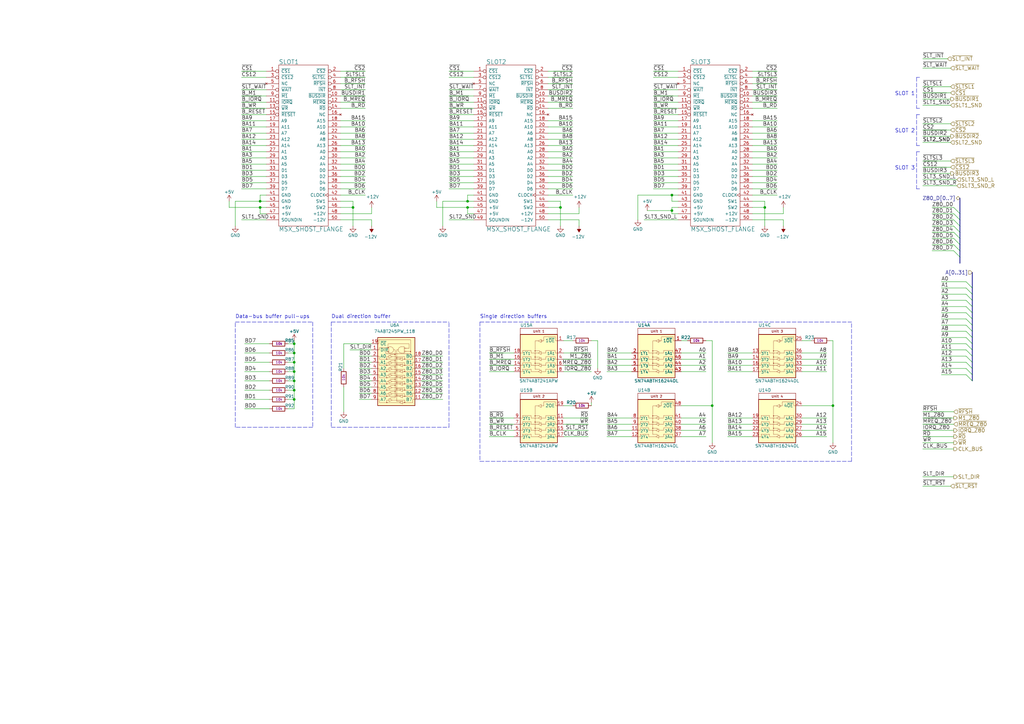
<source format=kicad_sch>
(kicad_sch (version 20211123) (generator eeschema)
  (paper "A3")
  (title_block (title "ULTRA-MSX") (date "2022-06-05") (rev "A-A"))
  (lib_symbols
    (symbol "LRJ-parts:74ABT245PW_118" (pin_names (offset 1.016))
      (property "Reference" "U" (at -7.62 22.86 0))
      (property "Value" "74ABT245PW_118" (at -10.16 -17.78 0))
      (symbol "74ABT245PW_118_1_0"
        (pin input line (at -10.16 10.16 0) (length 2.54) (name "DIR") (number "1"))
        (pin tri_state line (at 10.16 -10.16 180) (length 2.54) (name "B7") (number "11"))
        (pin tri_state line (at 10.16 -7.62 180) (length 2.54) (name "B6") (number "12"))
        (pin tri_state line (at 10.16 -5.08 180) (length 2.54) (name "B5") (number "13"))
        (pin tri_state line (at 10.16 -2.54 180) (length 2.54) (name "B4") (number "14"))
        (pin tri_state line (at 10.16 0 180) (length 2.54) (name "B3") (number "15"))
        (pin tri_state line (at 10.16 2.54 180) (length 2.54) (name "B2") (number "16"))
        (pin tri_state line (at 10.16 5.08 180) (length 2.54) (name "B1") (number "17"))
        (pin tri_state line (at 10.16 7.62 180) (length 2.54) (name "B0") (number "18"))
        (pin input line (at -10.16 12.7 0) (length 2.54) (name "~{OE}") (number "19"))
        (pin tri_state line (at -10.16 7.62 0) (length 2.54) (name "A0") (number "2"))
        (pin tri_state line (at -10.16 5.08 0) (length 2.54) (name "A1") (number "3"))
        (pin tri_state line (at -10.16 2.54 0) (length 2.54) (name "A2") (number "4"))
        (pin tri_state line (at -10.16 0 0) (length 2.54) (name "A3") (number "5"))
        (pin tri_state line (at -10.16 -2.54 0) (length 2.54) (name "A4") (number "6"))
        (pin tri_state line (at -10.16 -5.08 0) (length 2.54) (name "A5") (number "7"))
        (pin tri_state line (at -10.16 -7.62 0) (length 2.54) (name "A6") (number "8"))
        (pin tri_state line (at -10.16 -10.16 0) (length 2.54) (name "A7") (number "9"))
      )
      (symbol "74ABT245PW_118_2_0"
        (pin power_in line (at 0 -10.16 90) (length 5.08) (name "GND") (number "10"))
        (pin power_in line (at 0 10.16 270) (length 5.08) (name "VCC") (number "20"))
      )
    )
    (symbol "LRJ-parts:R_RC0603FR-0710KL" (pin_numbers hide) (pin_names (offset 0))
      (property "Reference" "R" (at 0 0 90))
      (property "Value" "R_RC0603FR-0710KL" (at -12.7 0 0))
      (property "Resistance" "10k" (at 3.81 -1.27 0))
      (symbol "R_RC0603FR-0710KL_1_1"
        (pin passive line (at 0 3.81 270) (length 1.27) (name "~") (number "1"))
        (pin passive line (at 0 -3.81 90) (length 1.27) (name "~") (number "2"))
      )
    )
    (symbol "LRJ-parts:SN74ABT241APW" (pin_names (offset 1.016))
      (property "Reference" "U" (at -7.62 38.1 0))
      (property "Value" "SN74ABT241APW" (at 0 -15.24 0))
      (symbol "SN74ABT241APW_1_0"
        (text "Unit 1" (at 0 8.89 0) (effects (font (size 1 1))))
        (pin input line (at -10.16 5.08 0) (length 2.54) (name "1~{OE}") (number "1"))
        (pin output line (at 10.16 -7.62 180) (length 2.54) (name "_{1}Y_{4}") (number "12"))
        (pin output line (at 10.16 -5.08 180) (length 2.54) (name "_{1}Y_{3}") (number "14"))
        (pin output line (at 10.16 -2.54 180) (length 2.54) (name "_{1}Y_{2}") (number "16"))
        (pin output line (at 10.16 0 180) (length 2.54) (name "_{1}Y_{1}") (number "18"))
        (pin input line (at -10.16 0 0) (length 2.54) (name "_{1}A_{1}") (number "2"))
        (pin input line (at -10.16 -2.54 0) (length 2.54) (name "_{1}A_{2}") (number "4"))
        (pin input line (at -10.16 -5.08 0) (length 2.54) (name "_{1}A_{3}") (number "6"))
        (pin input line (at -10.16 -7.62 0) (length 2.54) (name "_{1}A_{4}") (number "8"))
      )
      (symbol "SN74ABT241APW_2_0"
        (text "Unit 2" (at 0 8.89 0) (effects (font (size 1 1))))
        (pin input line (at -10.16 0 0) (length 2.54) (name "_{2}A_{1}") (number "11"))
        (pin input line (at -10.16 -2.54 0) (length 2.54) (name "_{2}A_{2}") (number "13"))
        (pin input line (at -10.16 -5.08 0) (length 2.54) (name "_{2}A_{3}") (number "15"))
        (pin input line (at -10.16 -7.62 0) (length 2.54) (name "_{2}A_{4}") (number "17"))
        (pin input line (at -10.16 5.08 0) (length 2.54) (name "2OE") (number "19"))
        (pin output line (at 10.16 -7.62 180) (length 2.54) (name "_{2}Y_{4}") (number "3"))
        (pin output line (at 10.16 -5.08 180) (length 2.54) (name "_{2}Y_{3}") (number "5"))
        (pin output line (at 10.16 -2.54 180) (length 2.54) (name "_{2}Y_{2}") (number "7"))
        (pin output line (at 10.16 0 180) (length 2.54) (name "_{2}Y_{1}") (number "9"))
      )
      (symbol "SN74ABT241APW_3_0"
        (text "GND" (at 0 -3.175 0) (effects (font (size 1.27 1.27))))
        (text "VCC" (at 0 3.175 0) (effects (font (size 1.27 1.27))))
        (pin power_in line (at 0 -7.62 90) (length 2.54) (name "GND") (number "10"))
        (pin power_in line (at 0 7.62 270) (length 2.54) (name "VCC") (number "20"))
      )
    )
    (symbol "LRJ-parts:SN74ABTH16244DL" (pin_names (offset 1.016))
      (property "Reference" "U" (at -7.62 38.1 0))
      (property "Value" "SN74ABTH16244DL" (at 0 -15.24 0))
      (symbol "SN74ABTH16244DL_1_0"
        (text "Unit 1" (at 0 8.89 0) (effects (font (size 1 1))))
        (pin input line (at -10.16 5.08 0) (length 2.54) (name "1~{OE}") (number "1"))
        (pin output line (at 10.16 0 180) (length 2.54) (name "_{1}Y_{1}") (number "2"))
        (pin output line (at 10.16 -2.54 180) (length 2.54) (name "_{1}Y_{2}") (number "3"))
        (pin input line (at -10.16 -7.62 0) (length 2.54) (name "_{1}A_{4}") (number "43"))
        (pin input line (at -10.16 -5.08 0) (length 2.54) (name "_{1}A_{3}") (number "44"))
        (pin input line (at -10.16 -2.54 0) (length 2.54) (name "_{1}A_{2}") (number "46"))
        (pin input line (at -10.16 0 0) (length 2.54) (name "_{1}A_{1}") (number "47"))
        (pin output line (at 10.16 -5.08 180) (length 2.54) (name "_{1}Y_{3}") (number "5"))
        (pin output line (at 10.16 -7.62 180) (length 2.54) (name "_{1}Y_{4}") (number "6"))
      )
      (symbol "SN74ABTH16244DL_2_0"
        (text "Unit 2" (at 0 8.89 0) (effects (font (size 1 1))))
        (pin output line (at 10.16 -5.08 180) (length 2.54) (name "_{2}Y_{3}") (number "11"))
        (pin output line (at 10.16 -7.62 180) (length 2.54) (name "_{2}Y_{4}") (number "12"))
        (pin input line (at -10.16 -7.62 0) (length 2.54) (name "_{2}A_{4}") (number "37"))
        (pin input line (at -10.16 -5.08 0) (length 2.54) (name "_{2}A_{3}") (number "38"))
        (pin input line (at -10.16 -2.54 0) (length 2.54) (name "_{2}A_{2}") (number "40"))
        (pin input line (at -10.16 0 0) (length 2.54) (name "_{2}A_{1}") (number "41"))
        (pin input line (at -10.16 5.08 0) (length 2.54) (name "2~{OE}") (number "48"))
        (pin output line (at 10.16 0 180) (length 2.54) (name "_{2}Y_{1}") (number "8"))
        (pin output line (at 10.16 -2.54 180) (length 2.54) (name "_{2}Y_{2}") (number "9"))
      )
      (symbol "SN74ABTH16244DL_3_0"
        (text "Unit 3" (at 0 8.89 0) (effects (font (size 1 1))))
        (pin output line (at 10.16 0 180) (length 2.54) (name "_{3}Y_{1}") (number "13"))
        (pin output line (at 10.16 -2.54 180) (length 2.54) (name "_{3}Y_{2}") (number "14"))
        (pin output line (at 10.16 -5.08 180) (length 2.54) (name "_{3}Y_{3}") (number "16"))
        (pin output line (at 10.16 -7.62 180) (length 2.54) (name "_{3}Y_{4}") (number "17"))
        (pin input line (at -10.16 5.08 0) (length 2.54) (name "3~{OE}") (number "25"))
        (pin input line (at -10.16 -7.62 0) (length 2.54) (name "_{3}A_{4}") (number "32"))
        (pin input line (at -10.16 -5.08 0) (length 2.54) (name "_{3}A_{3}") (number "33"))
        (pin input line (at -10.16 -2.54 0) (length 2.54) (name "_{3}A_{2}") (number "35"))
        (pin input line (at -10.16 0 0) (length 2.54) (name "_{3}A_{1}") (number "36"))
      )
      (symbol "SN74ABTH16244DL_4_0"
        (text "Unit 4" (at 0 8.89 0) (effects (font (size 1 1))))
        (pin output line (at 10.16 0 180) (length 2.54) (name "_{4}Y_{1}") (number "19"))
        (pin output line (at 10.16 -2.54 180) (length 2.54) (name "_{4}Y_{2}") (number "20"))
        (pin output line (at 10.16 -5.08 180) (length 2.54) (name "_{4}Y_{3}") (number "22"))
        (pin output line (at 10.16 -7.62 180) (length 2.54) (name "_{4}Y_{4}") (number "23"))
        (pin input line (at -10.16 5.08 0) (length 2.54) (name "4~{OE}") (number "24"))
        (pin input line (at -10.16 -7.62 0) (length 2.54) (name "_{4}A_{4}") (number "26"))
        (pin input line (at -10.16 -5.08 0) (length 2.54) (name "_{4}A_{3}") (number "27"))
        (pin input line (at -10.16 -2.54 0) (length 2.54) (name "_{4}A_{2}") (number "29"))
        (pin input line (at -10.16 0 0) (length 2.54) (name "_{4}A_{1}") (number "30"))
      )
      (symbol "SN74ABTH16244DL_5_0"
        (text "GND" (at 0 -3.175 0) (effects (font (size 1.27 1.27))))
        (text "VCC" (at 0 3.175 0) (effects (font (size 1.27 1.27))))
        (pin passive line (at 0 -7.62 90) (length 2.54) hide (name "GND") (number "10"))
        (pin passive line (at 0 -7.62 90) (length 2.54) hide (name "GND") (number "15"))
        (pin passive line (at 0 7.62 270) (length 2.54) hide (name "VCC") (number "18"))
        (pin passive line (at 0 -7.62 90) (length 2.54) hide (name "GND") (number "21"))
        (pin passive line (at 0 -7.62 90) (length 2.54) hide (name "GND") (number "28"))
        (pin passive line (at 0 7.62 270) (length 2.54) hide (name "VCC") (number "31"))
        (pin passive line (at 0 -7.62 90) (length 2.54) hide (name "GND") (number "34"))
        (pin passive line (at 0 -7.62 90) (length 2.54) hide (name "GND") (number "39"))
        (pin power_in line (at 0 -7.62 90) (length 2.54) (name "GND") (number "4"))
        (pin passive line (at 0 7.62 270) (length 2.54) hide (name "VCC") (number "42"))
        (pin passive line (at 0 -7.62 90) (length 2.54) hide (name "GND") (number "45"))
        (pin power_in line (at 0 7.62 270) (length 2.54) (name "VCC") (number "7"))
      )
    )
    (symbol "MSX_SHOST_FLANGE_1" (pin_names (offset 1.016))
      (property "Reference" "BUS" (at -10.16 34.29 0))
      (property "Value" "MSX_SHOST_FLANGE_1" (at -10.16 -34.29 0))
      (symbol "MSX_SHOST_FLANGE_1_1_1"
        (pin input inverted (at -15.24 30.48 0) (length 5.08) (name "~{CS1}") (number "1"))
        (pin output inverted (at 15.24 20.32 180) (length 5.08) (name "~{BUSDIR}") (number "10"))
        (pin input inverted (at -15.24 17.78 0) (length 5.08) (name "~{IORQ}") (number "11"))
        (pin input inverted (at 15.24 17.78 180) (length 5.08) (name "~{MERQ}") (number "12"))
        (pin input inverted (at -15.24 15.24 0) (length 5.08) (name "~{WR}") (number "13"))
        (pin input inverted (at 15.24 15.24 180) (length 5.08) (name "~{RD}") (number "14"))
        (pin input inverted (at -15.24 12.7 0) (length 5.08) (name "~{RESET}") (number "15"))
        (pin no_connect line (at 15.24 12.7 180) (length 5.08) (name "NC") (number "16"))
        (pin input line (at -15.24 10.16 0) (length 5.08) (name "A9") (number "17"))
        (pin input line (at 15.24 10.16 180) (length 5.08) (name "A15") (number "18"))
        (pin input line (at -15.24 7.62 0) (length 5.08) (name "A11") (number "19"))
        (pin input inverted (at 15.24 30.48 180) (length 5.08) (name "~{CS2}") (number "2"))
        (pin input line (at 15.24 7.62 180) (length 5.08) (name "A10") (number "20"))
        (pin input line (at -15.24 5.08 0) (length 5.08) (name "A7") (number "21"))
        (pin input line (at 15.24 5.08 180) (length 5.08) (name "A6") (number "22"))
        (pin input line (at -15.24 2.54 0) (length 5.08) (name "A12") (number "23"))
        (pin input line (at 15.24 2.54 180) (length 5.08) (name "A8") (number "24"))
        (pin input line (at -15.24 0 0) (length 5.08) (name "A14") (number "25"))
        (pin input line (at 15.24 0 180) (length 5.08) (name "A13") (number "26"))
        (pin input line (at -15.24 -2.54 0) (length 5.08) (name "A1") (number "27"))
        (pin input line (at 15.24 -2.54 180) (length 5.08) (name "A0") (number "28"))
        (pin input line (at -15.24 -5.08 0) (length 5.08) (name "A3") (number "29"))
        (pin input inverted (at -15.24 27.94 0) (length 5.08) (name "~{CS12}") (number "3"))
        (pin input line (at 15.24 -5.08 180) (length 5.08) (name "A2") (number "30"))
        (pin input line (at -15.24 -7.62 0) (length 5.08) (name "A5") (number "31"))
        (pin input line (at 15.24 -7.62 180) (length 5.08) (name "A4") (number "32"))
        (pin tri_state line (at -15.24 -10.16 0) (length 5.08) (name "D1") (number "33"))
        (pin tri_state line (at 15.24 -10.16 180) (length 5.08) (name "D0") (number "34"))
        (pin tri_state line (at -15.24 -12.7 0) (length 5.08) (name "D3") (number "35"))
        (pin tri_state line (at 15.24 -12.7 180) (length 5.08) (name "D2~{}") (number "36"))
        (pin tri_state line (at -15.24 -15.24 0) (length 5.08) (name "D5") (number "37"))
        (pin tri_state line (at 15.24 -15.24 180) (length 5.08) (name "D4") (number "38"))
        (pin tri_state line (at -15.24 -17.78 0) (length 5.08) (name "D7") (number "39"))
        (pin input inverted (at 15.24 27.94 180) (length 5.08) (name "~{SLTSL}") (number "4"))
        (pin tri_state line (at 15.24 -17.78 180) (length 5.08) (name "D6") (number "40"))
        (pin power_in line (at -15.24 -20.32 0) (length 5.08) (name "GND") (number "41"))
        (pin input clock (at 15.24 -20.32 180) (length 5.08) (name "CLOCK") (number "42"))
        (pin power_in line (at -15.24 -22.86 0) (length 5.08) (name "GND") (number "43"))
        (pin passive line (at 15.24 -22.86 180) (length 5.08) (name "SW1") (number "44"))
        (pin power_in line (at -15.24 -25.4 0) (length 5.08) (name "+5V") (number "45"))
        (pin passive line (at 15.24 -25.4 180) (length 5.08) (name "SW2") (number "46"))
        (pin power_in line (at -15.24 -27.94 0) (length 5.08) (name "+5V") (number "47"))
        (pin power_in line (at 15.24 -27.94 180) (length 5.08) (name "+12V") (number "48"))
        (pin output line (at -15.24 -30.48 0) (length 5.08) (name "SOUNDIN") (number "49"))
        (pin no_connect line (at -15.24 25.4 0) (length 5.08) (name "NC") (number "5"))
        (pin power_in line (at 15.24 -30.48 180) (length 5.08) (name "-12V") (number "50"))
        (pin input inverted (at 15.24 25.4 180) (length 5.08) (name "~{RFSH}") (number "6"))
        (pin open_collector inverted (at -15.24 22.86 0) (length 5.08) (name "~{WAIT}") (number "7"))
        (pin open_collector inverted (at 15.24 22.86 180) (length 5.08) (name "~{INT}") (number "8"))
        (pin input inverted (at -15.24 20.32 0) (length 5.08) (name "~{M1}") (number "9"))
      )
    )
    (symbol "MSX_SHOST_FLANGE_2" (pin_names (offset 1.016))
      (property "Reference" "BUS" (at -10.16 34.29 0))
      (property "Value" "MSX_SHOST_FLANGE_2" (at -10.16 -34.29 0))
      (symbol "MSX_SHOST_FLANGE_2_1_1"
        (pin input inverted (at -15.24 30.48 0) (length 5.08) (name "~{CS1}") (number "1"))
        (pin output inverted (at 15.24 20.32 180) (length 5.08) (name "~{BUSDIR}") (number "10"))
        (pin input inverted (at -15.24 17.78 0) (length 5.08) (name "~{IORQ}") (number "11"))
        (pin input inverted (at 15.24 17.78 180) (length 5.08) (name "~{MERQ}") (number "12"))
        (pin input inverted (at -15.24 15.24 0) (length 5.08) (name "~{WR}") (number "13"))
        (pin input inverted (at 15.24 15.24 180) (length 5.08) (name "~{RD}") (number "14"))
        (pin input inverted (at -15.24 12.7 0) (length 5.08) (name "~{RESET}") (number "15"))
        (pin no_connect line (at 15.24 12.7 180) (length 5.08) (name "NC") (number "16"))
        (pin input line (at -15.24 10.16 0) (length 5.08) (name "A9") (number "17"))
        (pin input line (at 15.24 10.16 180) (length 5.08) (name "A15") (number "18"))
        (pin input line (at -15.24 7.62 0) (length 5.08) (name "A11") (number "19"))
        (pin input inverted (at 15.24 30.48 180) (length 5.08) (name "~{CS2}") (number "2"))
        (pin input line (at 15.24 7.62 180) (length 5.08) (name "A10") (number "20"))
        (pin input line (at -15.24 5.08 0) (length 5.08) (name "A7") (number "21"))
        (pin input line (at 15.24 5.08 180) (length 5.08) (name "A6") (number "22"))
        (pin input line (at -15.24 2.54 0) (length 5.08) (name "A12") (number "23"))
        (pin input line (at 15.24 2.54 180) (length 5.08) (name "A8") (number "24"))
        (pin input line (at -15.24 0 0) (length 5.08) (name "A14") (number "25"))
        (pin input line (at 15.24 0 180) (length 5.08) (name "A13") (number "26"))
        (pin input line (at -15.24 -2.54 0) (length 5.08) (name "A1") (number "27"))
        (pin input line (at 15.24 -2.54 180) (length 5.08) (name "A0") (number "28"))
        (pin input line (at -15.24 -5.08 0) (length 5.08) (name "A3") (number "29"))
        (pin input inverted (at -15.24 27.94 0) (length 5.08) (name "~{CS12}") (number "3"))
        (pin input line (at 15.24 -5.08 180) (length 5.08) (name "A2") (number "30"))
        (pin input line (at -15.24 -7.62 0) (length 5.08) (name "A5") (number "31"))
        (pin input line (at 15.24 -7.62 180) (length 5.08) (name "A4") (number "32"))
        (pin tri_state line (at -15.24 -10.16 0) (length 5.08) (name "D1") (number "33"))
        (pin tri_state line (at 15.24 -10.16 180) (length 5.08) (name "D0") (number "34"))
        (pin tri_state line (at -15.24 -12.7 0) (length 5.08) (name "D3") (number "35"))
        (pin tri_state line (at 15.24 -12.7 180) (length 5.08) (name "D2~{}") (number "36"))
        (pin tri_state line (at -15.24 -15.24 0) (length 5.08) (name "D5") (number "37"))
        (pin tri_state line (at 15.24 -15.24 180) (length 5.08) (name "D4") (number "38"))
        (pin tri_state line (at -15.24 -17.78 0) (length 5.08) (name "D7") (number "39"))
        (pin input inverted (at 15.24 27.94 180) (length 5.08) (name "~{SLTSL}") (number "4"))
        (pin tri_state line (at 15.24 -17.78 180) (length 5.08) (name "D6") (number "40"))
        (pin power_in line (at -15.24 -20.32 0) (length 5.08) (name "GND") (number "41"))
        (pin input clock (at 15.24 -20.32 180) (length 5.08) (name "CLOCK") (number "42"))
        (pin power_in line (at -15.24 -22.86 0) (length 5.08) (name "GND") (number "43"))
        (pin passive line (at 15.24 -22.86 180) (length 5.08) (name "SW1") (number "44"))
        (pin power_in line (at -15.24 -25.4 0) (length 5.08) (name "+5V") (number "45"))
        (pin passive line (at 15.24 -25.4 180) (length 5.08) (name "SW2") (number "46"))
        (pin power_in line (at -15.24 -27.94 0) (length 5.08) (name "+5V") (number "47"))
        (pin power_in line (at 15.24 -27.94 180) (length 5.08) (name "+12V") (number "48"))
        (pin output line (at -15.24 -30.48 0) (length 5.08) (name "SOUNDIN") (number "49"))
        (pin no_connect line (at -15.24 25.4 0) (length 5.08) (name "NC") (number "5"))
        (pin power_in line (at 15.24 -30.48 180) (length 5.08) (name "-12V") (number "50"))
        (pin input inverted (at 15.24 25.4 180) (length 5.08) (name "~{RFSH}") (number "6"))
        (pin open_collector inverted (at -15.24 22.86 0) (length 5.08) (name "~{WAIT}") (number "7"))
        (pin open_collector inverted (at 15.24 22.86 180) (length 5.08) (name "~{INT}") (number "8"))
        (pin input inverted (at -15.24 20.32 0) (length 5.08) (name "~{M1}") (number "9"))
      )
    )
    (symbol "SN74ABTH16244DL_1" (pin_names (offset 1.016))
      (property "Reference" "U" (at -7.62 38.1 0))
      (property "Value" "SN74ABTH16244DL_1" (at 0 -15.24 0))
      (symbol "SN74ABTH16244DL_1_1_0"
        (text "Unit 1" (at 0 8.89 0) (effects (font (size 1 1))))
        (pin input line (at -10.16 5.08 0) (length 2.54) (name "1~{OE}") (number "1"))
        (pin output line (at 10.16 0 180) (length 2.54) (name "_{1}Y_{1}") (number "2"))
        (pin output line (at 10.16 -2.54 180) (length 2.54) (name "_{1}Y_{2}") (number "3"))
        (pin input line (at -10.16 -7.62 0) (length 2.54) (name "_{1}A_{4}") (number "43"))
        (pin input line (at -10.16 -5.08 0) (length 2.54) (name "_{1}A_{3}") (number "44"))
        (pin input line (at -10.16 -2.54 0) (length 2.54) (name "_{1}A_{2}") (number "46"))
        (pin input line (at -10.16 0 0) (length 2.54) (name "_{1}A_{1}") (number "47"))
        (pin output line (at 10.16 -5.08 180) (length 2.54) (name "_{1}Y_{3}") (number "5"))
        (pin output line (at 10.16 -7.62 180) (length 2.54) (name "_{1}Y_{4}") (number "6"))
      )
      (symbol "SN74ABTH16244DL_1_2_0"
        (text "Unit 2" (at 0 8.89 0) (effects (font (size 1 1))))
        (pin output line (at 10.16 -5.08 180) (length 2.54) (name "_{2}Y_{3}") (number "11"))
        (pin output line (at 10.16 -7.62 180) (length 2.54) (name "_{2}Y_{4}") (number "12"))
        (pin input line (at -10.16 -7.62 0) (length 2.54) (name "_{2}A_{4}") (number "37"))
        (pin input line (at -10.16 -5.08 0) (length 2.54) (name "_{2}A_{3}") (number "38"))
        (pin input line (at -10.16 -2.54 0) (length 2.54) (name "_{2}A_{2}") (number "40"))
        (pin input line (at -10.16 0 0) (length 2.54) (name "_{2}A_{1}") (number "41"))
        (pin input line (at -10.16 5.08 0) (length 2.54) (name "2~{OE}") (number "48"))
        (pin output line (at 10.16 0 180) (length 2.54) (name "_{2}Y_{1}") (number "8"))
        (pin output line (at 10.16 -2.54 180) (length 2.54) (name "_{2}Y_{2}") (number "9"))
      )
      (symbol "SN74ABTH16244DL_1_3_0"
        (text "Unit 3" (at 0 8.89 0) (effects (font (size 1 1))))
        (pin output line (at 10.16 0 180) (length 2.54) (name "_{3}Y_{1}") (number "13"))
        (pin output line (at 10.16 -2.54 180) (length 2.54) (name "_{3}Y_{2}") (number "14"))
        (pin output line (at 10.16 -5.08 180) (length 2.54) (name "_{3}Y_{3}") (number "16"))
        (pin output line (at 10.16 -7.62 180) (length 2.54) (name "_{3}Y_{4}") (number "17"))
        (pin input line (at -10.16 5.08 0) (length 2.54) (name "3~{OE}") (number "25"))
        (pin input line (at -10.16 -7.62 0) (length 2.54) (name "_{3}A_{4}") (number "32"))
        (pin input line (at -10.16 -5.08 0) (length 2.54) (name "_{3}A_{3}") (number "33"))
        (pin input line (at -10.16 -2.54 0) (length 2.54) (name "_{3}A_{2}") (number "35"))
        (pin input line (at -10.16 0 0) (length 2.54) (name "_{3}A_{1}") (number "36"))
      )
      (symbol "SN74ABTH16244DL_1_4_0"
        (text "Unit 4" (at 0 8.89 0) (effects (font (size 1 1))))
        (pin output line (at 10.16 0 180) (length 2.54) (name "_{4}Y_{1}") (number "19"))
        (pin output line (at 10.16 -2.54 180) (length 2.54) (name "_{4}Y_{2}") (number "20"))
        (pin output line (at 10.16 -5.08 180) (length 2.54) (name "_{4}Y_{3}") (number "22"))
        (pin output line (at 10.16 -7.62 180) (length 2.54) (name "_{4}Y_{4}") (number "23"))
        (pin input line (at -10.16 5.08 0) (length 2.54) (name "4~{OE}") (number "24"))
        (pin input line (at -10.16 -7.62 0) (length 2.54) (name "_{4}A_{4}") (number "26"))
        (pin input line (at -10.16 -5.08 0) (length 2.54) (name "_{4}A_{3}") (number "27"))
        (pin input line (at -10.16 -2.54 0) (length 2.54) (name "_{4}A_{2}") (number "29"))
        (pin input line (at -10.16 0 0) (length 2.54) (name "_{4}A_{1}") (number "30"))
      )
      (symbol "SN74ABTH16244DL_1_5_0"
        (text "GND" (at 0 -3.175 0) (effects (font (size 1.27 1.27))))
        (text "VCC" (at 0 3.175 0) (effects (font (size 1.27 1.27))))
        (pin passive line (at 0 -7.62 90) (length 2.54) hide (name "GND") (number "10"))
        (pin passive line (at 0 -7.62 90) (length 2.54) hide (name "GND") (number "15"))
        (pin passive line (at 0 7.62 270) (length 2.54) hide (name "VCC") (number "18"))
        (pin passive line (at 0 -7.62 90) (length 2.54) hide (name "GND") (number "21"))
        (pin passive line (at 0 -7.62 90) (length 2.54) hide (name "GND") (number "28"))
        (pin passive line (at 0 7.62 270) (length 2.54) hide (name "VCC") (number "31"))
        (pin passive line (at 0 -7.62 90) (length 2.54) hide (name "GND") (number "34"))
        (pin passive line (at 0 -7.62 90) (length 2.54) hide (name "GND") (number "39"))
        (pin power_in line (at 0 -7.62 90) (length 2.54) (name "GND") (number "4"))
        (pin passive line (at 0 7.62 270) (length 2.54) hide (name "VCC") (number "42"))
        (pin passive line (at 0 -7.62 90) (length 2.54) hide (name "GND") (number "45"))
        (pin power_in line (at 0 7.62 270) (length 2.54) (name "VCC") (number "7"))
      )
    )
    (symbol "SN74ABTH16244DL_2" (pin_names (offset 1.016))
      (property "Reference" "U" (at -7.62 38.1 0))
      (property "Value" "SN74ABTH16244DL_2" (at 0 -15.24 0))
      (symbol "SN74ABTH16244DL_2_1_0"
        (text "Unit 1" (at 0 8.89 0) (effects (font (size 1 1))))
        (pin input line (at -10.16 5.08 0) (length 2.54) (name "1~{OE}") (number "1"))
        (pin output line (at 10.16 0 180) (length 2.54) (name "_{1}Y_{1}") (number "2"))
        (pin output line (at 10.16 -2.54 180) (length 2.54) (name "_{1}Y_{2}") (number "3"))
        (pin input line (at -10.16 -7.62 0) (length 2.54) (name "_{1}A_{4}") (number "43"))
        (pin input line (at -10.16 -5.08 0) (length 2.54) (name "_{1}A_{3}") (number "44"))
        (pin input line (at -10.16 -2.54 0) (length 2.54) (name "_{1}A_{2}") (number "46"))
        (pin input line (at -10.16 0 0) (length 2.54) (name "_{1}A_{1}") (number "47"))
        (pin output line (at 10.16 -5.08 180) (length 2.54) (name "_{1}Y_{3}") (number "5"))
        (pin output line (at 10.16 -7.62 180) (length 2.54) (name "_{1}Y_{4}") (number "6"))
      )
      (symbol "SN74ABTH16244DL_2_2_0"
        (text "Unit 2" (at 0 8.89 0) (effects (font (size 1 1))))
        (pin output line (at 10.16 -5.08 180) (length 2.54) (name "_{2}Y_{3}") (number "11"))
        (pin output line (at 10.16 -7.62 180) (length 2.54) (name "_{2}Y_{4}") (number "12"))
        (pin input line (at -10.16 -7.62 0) (length 2.54) (name "_{2}A_{4}") (number "37"))
        (pin input line (at -10.16 -5.08 0) (length 2.54) (name "_{2}A_{3}") (number "38"))
        (pin input line (at -10.16 -2.54 0) (length 2.54) (name "_{2}A_{2}") (number "40"))
        (pin input line (at -10.16 0 0) (length 2.54) (name "_{2}A_{1}") (number "41"))
        (pin input line (at -10.16 5.08 0) (length 2.54) (name "2~{OE}") (number "48"))
        (pin output line (at 10.16 0 180) (length 2.54) (name "_{2}Y_{1}") (number "8"))
        (pin output line (at 10.16 -2.54 180) (length 2.54) (name "_{2}Y_{2}") (number "9"))
      )
      (symbol "SN74ABTH16244DL_2_3_0"
        (text "Unit 3" (at 0 8.89 0) (effects (font (size 1 1))))
        (pin output line (at 10.16 0 180) (length 2.54) (name "_{3}Y_{1}") (number "13"))
        (pin output line (at 10.16 -2.54 180) (length 2.54) (name "_{3}Y_{2}") (number "14"))
        (pin output line (at 10.16 -5.08 180) (length 2.54) (name "_{3}Y_{3}") (number "16"))
        (pin output line (at 10.16 -7.62 180) (length 2.54) (name "_{3}Y_{4}") (number "17"))
        (pin input line (at -10.16 5.08 0) (length 2.54) (name "3~{OE}") (number "25"))
        (pin input line (at -10.16 -7.62 0) (length 2.54) (name "_{3}A_{4}") (number "32"))
        (pin input line (at -10.16 -5.08 0) (length 2.54) (name "_{3}A_{3}") (number "33"))
        (pin input line (at -10.16 -2.54 0) (length 2.54) (name "_{3}A_{2}") (number "35"))
        (pin input line (at -10.16 0 0) (length 2.54) (name "_{3}A_{1}") (number "36"))
      )
      (symbol "SN74ABTH16244DL_2_4_0"
        (text "Unit 4" (at 0 8.89 0) (effects (font (size 1 1))))
        (pin output line (at 10.16 0 180) (length 2.54) (name "_{4}Y_{1}") (number "19"))
        (pin output line (at 10.16 -2.54 180) (length 2.54) (name "_{4}Y_{2}") (number "20"))
        (pin output line (at 10.16 -5.08 180) (length 2.54) (name "_{4}Y_{3}") (number "22"))
        (pin output line (at 10.16 -7.62 180) (length 2.54) (name "_{4}Y_{4}") (number "23"))
        (pin input line (at -10.16 5.08 0) (length 2.54) (name "4~{OE}") (number "24"))
        (pin input line (at -10.16 -7.62 0) (length 2.54) (name "_{4}A_{4}") (number "26"))
        (pin input line (at -10.16 -5.08 0) (length 2.54) (name "_{4}A_{3}") (number "27"))
        (pin input line (at -10.16 -2.54 0) (length 2.54) (name "_{4}A_{2}") (number "29"))
        (pin input line (at -10.16 0 0) (length 2.54) (name "_{4}A_{1}") (number "30"))
      )
      (symbol "SN74ABTH16244DL_2_5_0"
        (text "GND" (at 0 -3.175 0) (effects (font (size 1.27 1.27))))
        (text "VCC" (at 0 3.175 0) (effects (font (size 1.27 1.27))))
        (pin passive line (at 0 -7.62 90) (length 2.54) hide (name "GND") (number "10"))
        (pin passive line (at 0 -7.62 90) (length 2.54) hide (name "GND") (number "15"))
        (pin passive line (at 0 7.62 270) (length 2.54) hide (name "VCC") (number "18"))
        (pin passive line (at 0 -7.62 90) (length 2.54) hide (name "GND") (number "21"))
        (pin passive line (at 0 -7.62 90) (length 2.54) hide (name "GND") (number "28"))
        (pin passive line (at 0 7.62 270) (length 2.54) hide (name "VCC") (number "31"))
        (pin passive line (at 0 -7.62 90) (length 2.54) hide (name "GND") (number "34"))
        (pin passive line (at 0 -7.62 90) (length 2.54) hide (name "GND") (number "39"))
        (pin power_in line (at 0 -7.62 90) (length 2.54) (name "GND") (number "4"))
        (pin passive line (at 0 7.62 270) (length 2.54) hide (name "VCC") (number "42"))
        (pin passive line (at 0 -7.62 90) (length 2.54) hide (name "GND") (number "45"))
        (pin power_in line (at 0 7.62 270) (length 2.54) (name "VCC") (number "7"))
      )
    )
    (symbol "SN74ABTH16244DL_3" (pin_names (offset 1.016))
      (property "Reference" "U" (at -7.62 38.1 0))
      (property "Value" "SN74ABTH16244DL_3" (at 0 -15.24 0))
      (symbol "SN74ABTH16244DL_3_1_0"
        (text "Unit 1" (at 0 8.89 0) (effects (font (size 1 1))))
        (pin input line (at -10.16 5.08 0) (length 2.54) (name "1~{OE}") (number "1"))
        (pin output line (at 10.16 0 180) (length 2.54) (name "_{1}Y_{1}") (number "2"))
        (pin output line (at 10.16 -2.54 180) (length 2.54) (name "_{1}Y_{2}") (number "3"))
        (pin input line (at -10.16 -7.62 0) (length 2.54) (name "_{1}A_{4}") (number "43"))
        (pin input line (at -10.16 -5.08 0) (length 2.54) (name "_{1}A_{3}") (number "44"))
        (pin input line (at -10.16 -2.54 0) (length 2.54) (name "_{1}A_{2}") (number "46"))
        (pin input line (at -10.16 0 0) (length 2.54) (name "_{1}A_{1}") (number "47"))
        (pin output line (at 10.16 -5.08 180) (length 2.54) (name "_{1}Y_{3}") (number "5"))
        (pin output line (at 10.16 -7.62 180) (length 2.54) (name "_{1}Y_{4}") (number "6"))
      )
      (symbol "SN74ABTH16244DL_3_2_0"
        (text "Unit 2" (at 0 8.89 0) (effects (font (size 1 1))))
        (pin output line (at 10.16 -5.08 180) (length 2.54) (name "_{2}Y_{3}") (number "11"))
        (pin output line (at 10.16 -7.62 180) (length 2.54) (name "_{2}Y_{4}") (number "12"))
        (pin input line (at -10.16 -7.62 0) (length 2.54) (name "_{2}A_{4}") (number "37"))
        (pin input line (at -10.16 -5.08 0) (length 2.54) (name "_{2}A_{3}") (number "38"))
        (pin input line (at -10.16 -2.54 0) (length 2.54) (name "_{2}A_{2}") (number "40"))
        (pin input line (at -10.16 0 0) (length 2.54) (name "_{2}A_{1}") (number "41"))
        (pin input line (at -10.16 5.08 0) (length 2.54) (name "2~{OE}") (number "48"))
        (pin output line (at 10.16 0 180) (length 2.54) (name "_{2}Y_{1}") (number "8"))
        (pin output line (at 10.16 -2.54 180) (length 2.54) (name "_{2}Y_{2}") (number "9"))
      )
      (symbol "SN74ABTH16244DL_3_3_0"
        (text "Unit 3" (at 0 8.89 0) (effects (font (size 1 1))))
        (pin output line (at 10.16 0 180) (length 2.54) (name "_{3}Y_{1}") (number "13"))
        (pin output line (at 10.16 -2.54 180) (length 2.54) (name "_{3}Y_{2}") (number "14"))
        (pin output line (at 10.16 -5.08 180) (length 2.54) (name "_{3}Y_{3}") (number "16"))
        (pin output line (at 10.16 -7.62 180) (length 2.54) (name "_{3}Y_{4}") (number "17"))
        (pin input line (at -10.16 5.08 0) (length 2.54) (name "3~{OE}") (number "25"))
        (pin input line (at -10.16 -7.62 0) (length 2.54) (name "_{3}A_{4}") (number "32"))
        (pin input line (at -10.16 -5.08 0) (length 2.54) (name "_{3}A_{3}") (number "33"))
        (pin input line (at -10.16 -2.54 0) (length 2.54) (name "_{3}A_{2}") (number "35"))
        (pin input line (at -10.16 0 0) (length 2.54) (name "_{3}A_{1}") (number "36"))
      )
      (symbol "SN74ABTH16244DL_3_4_0"
        (text "Unit 4" (at 0 8.89 0) (effects (font (size 1 1))))
        (pin output line (at 10.16 0 180) (length 2.54) (name "_{4}Y_{1}") (number "19"))
        (pin output line (at 10.16 -2.54 180) (length 2.54) (name "_{4}Y_{2}") (number "20"))
        (pin output line (at 10.16 -5.08 180) (length 2.54) (name "_{4}Y_{3}") (number "22"))
        (pin output line (at 10.16 -7.62 180) (length 2.54) (name "_{4}Y_{4}") (number "23"))
        (pin input line (at -10.16 5.08 0) (length 2.54) (name "4~{OE}") (number "24"))
        (pin input line (at -10.16 -7.62 0) (length 2.54) (name "_{4}A_{4}") (number "26"))
        (pin input line (at -10.16 -5.08 0) (length 2.54) (name "_{4}A_{3}") (number "27"))
        (pin input line (at -10.16 -2.54 0) (length 2.54) (name "_{4}A_{2}") (number "29"))
        (pin input line (at -10.16 0 0) (length 2.54) (name "_{4}A_{1}") (number "30"))
      )
      (symbol "SN74ABTH16244DL_3_5_0"
        (text "GND" (at 0 -3.175 0) (effects (font (size 1.27 1.27))))
        (text "VCC" (at 0 3.175 0) (effects (font (size 1.27 1.27))))
        (pin passive line (at 0 -7.62 90) (length 2.54) hide (name "GND") (number "10"))
        (pin passive line (at 0 -7.62 90) (length 2.54) hide (name "GND") (number "15"))
        (pin passive line (at 0 7.62 270) (length 2.54) hide (name "VCC") (number "18"))
        (pin passive line (at 0 -7.62 90) (length 2.54) hide (name "GND") (number "21"))
        (pin passive line (at 0 -7.62 90) (length 2.54) hide (name "GND") (number "28"))
        (pin passive line (at 0 7.62 270) (length 2.54) hide (name "VCC") (number "31"))
        (pin passive line (at 0 -7.62 90) (length 2.54) hide (name "GND") (number "34"))
        (pin passive line (at 0 -7.62 90) (length 2.54) hide (name "GND") (number "39"))
        (pin power_in line (at 0 -7.62 90) (length 2.54) (name "GND") (number "4"))
        (pin passive line (at 0 7.62 270) (length 2.54) hide (name "VCC") (number "42"))
        (pin passive line (at 0 -7.62 90) (length 2.54) hide (name "GND") (number "45"))
        (pin power_in line (at 0 7.62 270) (length 2.54) (name "VCC") (number "7"))
      )
    )
    (symbol "Ultra-MSX:MSX_SHOST_FLANGE" (pin_names (offset 1.016))
      (property "Reference" "BUS" (at -10.16 34.29 0))
      (property "Value" "MSX_SHOST_FLANGE" (at -10.16 -34.29 0))
      (symbol "MSX_SHOST_FLANGE_1_1"
        (pin input inverted (at -15.24 30.48 0) (length 5.08) (name "~{CS1}") (number "1"))
        (pin output inverted (at 15.24 20.32 180) (length 5.08) (name "~{BUSDIR}") (number "10"))
        (pin input inverted (at -15.24 17.78 0) (length 5.08) (name "~{IORQ}") (number "11"))
        (pin input inverted (at 15.24 17.78 180) (length 5.08) (name "~{MERQ}") (number "12"))
        (pin input inverted (at -15.24 15.24 0) (length 5.08) (name "~{WR}") (number "13"))
        (pin input inverted (at 15.24 15.24 180) (length 5.08) (name "~{RD}") (number "14"))
        (pin input inverted (at -15.24 12.7 0) (length 5.08) (name "~{RESET}") (number "15"))
        (pin no_connect line (at 15.24 12.7 180) (length 5.08) (name "NC") (number "16"))
        (pin input line (at -15.24 10.16 0) (length 5.08) (name "A9") (number "17"))
        (pin input line (at 15.24 10.16 180) (length 5.08) (name "A15") (number "18"))
        (pin input line (at -15.24 7.62 0) (length 5.08) (name "A11") (number "19"))
        (pin input inverted (at 15.24 30.48 180) (length 5.08) (name "~{CS2}") (number "2"))
        (pin input line (at 15.24 7.62 180) (length 5.08) (name "A10") (number "20"))
        (pin input line (at -15.24 5.08 0) (length 5.08) (name "A7") (number "21"))
        (pin input line (at 15.24 5.08 180) (length 5.08) (name "A6") (number "22"))
        (pin input line (at -15.24 2.54 0) (length 5.08) (name "A12") (number "23"))
        (pin input line (at 15.24 2.54 180) (length 5.08) (name "A8") (number "24"))
        (pin input line (at -15.24 0 0) (length 5.08) (name "A14") (number "25"))
        (pin input line (at 15.24 0 180) (length 5.08) (name "A13") (number "26"))
        (pin input line (at -15.24 -2.54 0) (length 5.08) (name "A1") (number "27"))
        (pin input line (at 15.24 -2.54 180) (length 5.08) (name "A0") (number "28"))
        (pin input line (at -15.24 -5.08 0) (length 5.08) (name "A3") (number "29"))
        (pin input inverted (at -15.24 27.94 0) (length 5.08) (name "~{CS12}") (number "3"))
        (pin input line (at 15.24 -5.08 180) (length 5.08) (name "A2") (number "30"))
        (pin input line (at -15.24 -7.62 0) (length 5.08) (name "A5") (number "31"))
        (pin input line (at 15.24 -7.62 180) (length 5.08) (name "A4") (number "32"))
        (pin tri_state line (at -15.24 -10.16 0) (length 5.08) (name "D1") (number "33"))
        (pin tri_state line (at 15.24 -10.16 180) (length 5.08) (name "D0") (number "34"))
        (pin tri_state line (at -15.24 -12.7 0) (length 5.08) (name "D3") (number "35"))
        (pin tri_state line (at 15.24 -12.7 180) (length 5.08) (name "D2~{}") (number "36"))
        (pin tri_state line (at -15.24 -15.24 0) (length 5.08) (name "D5") (number "37"))
        (pin tri_state line (at 15.24 -15.24 180) (length 5.08) (name "D4") (number "38"))
        (pin tri_state line (at -15.24 -17.78 0) (length 5.08) (name "D7") (number "39"))
        (pin input inverted (at 15.24 27.94 180) (length 5.08) (name "~{SLTSL}") (number "4"))
        (pin tri_state line (at 15.24 -17.78 180) (length 5.08) (name "D6") (number "40"))
        (pin power_in line (at -15.24 -20.32 0) (length 5.08) (name "GND") (number "41"))
        (pin input clock (at 15.24 -20.32 180) (length 5.08) (name "CLOCK") (number "42"))
        (pin power_in line (at -15.24 -22.86 0) (length 5.08) (name "GND") (number "43"))
        (pin passive line (at 15.24 -22.86 180) (length 5.08) (name "SW1") (number "44"))
        (pin power_in line (at -15.24 -25.4 0) (length 5.08) (name "+5V") (number "45"))
        (pin passive line (at 15.24 -25.4 180) (length 5.08) (name "SW2") (number "46"))
        (pin power_in line (at -15.24 -27.94 0) (length 5.08) (name "+5V") (number "47"))
        (pin power_in line (at 15.24 -27.94 180) (length 5.08) (name "+12V") (number "48"))
        (pin output line (at -15.24 -30.48 0) (length 5.08) (name "SOUNDIN") (number "49"))
        (pin no_connect line (at -15.24 25.4 0) (length 5.08) (name "NC") (number "5"))
        (pin power_in line (at 15.24 -30.48 180) (length 5.08) (name "-12V") (number "50"))
        (pin input inverted (at 15.24 25.4 180) (length 5.08) (name "~{RFSH}") (number "6"))
        (pin open_collector inverted (at -15.24 22.86 0) (length 5.08) (name "~{WAIT}") (number "7"))
        (pin open_collector inverted (at 15.24 22.86 180) (length 5.08) (name "~{INT}") (number "8"))
        (pin input inverted (at -15.24 20.32 0) (length 5.08) (name "~{M1}") (number "9"))
      )
    )
    (symbol "power:+12V" (power) (pin_names (offset 0))
      (property "Value" "+12V" (at 0 3.556 0))
      (symbol "+12V_1_1"
        (pin power_in line (at 0 0 90) (length 0) hide (name "+12V") (number "1"))
      )
    )
    (symbol "power:+5V" (power) (pin_names (offset 0))
      (property "Value" "+5V" (at 0 3.556 0))
      (symbol "+5V_1_1"
        (pin power_in line (at 0 0 90) (length 0) hide (name "+5V") (number "1"))
      )
    )
    (symbol "power:-12V" (power) (pin_names (offset 0))
      (property "Value" "-12V" (at 0 3.81 0))
      (symbol "-12V_0_0"
        (pin power_in line (at 0 0 90) (length 0) hide (name "-12V") (number "1"))
      )
    )
    (symbol "power:GND" (power) (pin_names (offset 0))
      (property "Value" "GND" (at 0 -3.81 0))
      (symbol "GND_1_1"
        (pin power_in line (at 0 0 270) (length 0) hide (name "GND") (number "1"))
      )
    )
  )
  (junction (at 106.68 85.09))
  (junction (at 144.78 85.09))
  (junction (at 120.65 163.83))
  (junction (at 120.65 144.78))
  (junction (at 292.1 166.37))
  (junction (at 275.59 80.01))
  (junction (at 106.68 82.55))
  (junction (at 120.65 148.59))
  (junction (at 120.65 160.02))
  (junction (at 275.59 86.36))
  (junction (at 229.87 85.09))
  (junction (at 120.65 140.97))
  (junction (at 120.65 156.21))
  (junction (at 341.63 166.37))
  (junction (at 191.77 85.09))
  (junction (at 191.77 82.55))
  (junction (at 313.69 85.09))
  (junction (at 120.65 152.4))
  (bus_entry (at 391.16 100.33) (size 2.54 2.54))
  (bus_entry (at 396.24 143.51) (size 2.54 2.54))
  (bus_entry (at 391.16 102.87) (size 2.54 2.54))
  (bus_entry (at 396.24 151.13) (size 2.54 2.54))
  (bus_entry (at 396.24 115.57) (size 2.54 2.54))
  (bus_entry (at 391.16 87.63) (size 2.54 2.54))
  (bus_entry (at 391.16 90.17) (size 2.54 2.54))
  (bus_entry (at 396.24 135.89) (size 2.54 2.54))
  (bus_entry (at 396.24 153.67) (size 2.54 2.54))
  (bus_entry (at 391.16 92.71) (size 2.54 2.54))
  (bus_entry (at 396.24 123.19) (size 2.54 2.54))
  (bus_entry (at 396.24 146.05) (size 2.54 2.54))
  (bus_entry (at 396.24 133.35) (size 2.54 2.54))
  (bus_entry (at 396.24 128.27) (size 2.54 2.54))
  (bus_entry (at 391.16 97.79) (size 2.54 2.54))
  (bus_entry (at 396.24 138.43) (size 2.54 2.54))
  (bus_entry (at 396.24 130.81) (size 2.54 2.54))
  (bus_entry (at 391.16 95.25) (size 2.54 2.54))
  (bus_entry (at 396.24 148.59) (size 2.54 2.54))
  (bus_entry (at 396.24 140.97) (size 2.54 2.54))
  (bus_entry (at 396.24 118.11) (size 2.54 2.54))
  (bus_entry (at 396.24 125.73) (size 2.54 2.54))
  (bus_entry (at 396.24 120.65) (size 2.54 2.54))
  (bus_entry (at 391.16 85.09) (size 2.54 2.54))
  (wire (pts (xy 396.24 123.19) (xy 386.08 123.19)))
  (wire (pts (xy 279.4 171.45) (xy 289.56 171.45)))
  (wire (pts (xy 120.65 144.78) (xy 118.11 144.78)))
  (wire (pts (xy 275.59 80.01) (xy 278.13 80.01)))
  (wire (pts (xy 144.78 82.55) (xy 144.78 85.09)))
  (wire (pts (xy 224.79 85.09) (xy 229.87 85.09)))
  (wire (pts (xy 179.07 85.09) (xy 191.77 85.09)))
  (wire (pts (xy 259.08 152.4) (xy 248.92 152.4)))
  (wire (pts (xy 279.4 179.07) (xy 289.56 179.07)))
  (wire (pts (xy 237.49 87.63) (xy 237.49 85.09)))
  (wire (pts (xy 391.16 92.71) (xy 382.27 92.71)))
  (wire (pts (xy 341.63 166.37) (xy 341.63 181.61)))
  (wire (pts (xy 278.13 29.21) (xy 267.97 29.21)))
  (wire (pts (xy 264.16 90.17) (xy 278.13 90.17)))
  (wire (pts (xy 278.13 44.45) (xy 267.97 44.45)))
  (wire (pts (xy 224.79 41.91) (xy 234.95 41.91)))
  (wire (pts (xy 120.65 160.02) (xy 120.65 163.83)))
  (wire (pts (xy 308.61 147.32) (xy 298.45 147.32)))
  (wire (pts (xy 259.08 144.78) (xy 248.92 144.78)))
  (wire (pts (xy 378.46 66.04) (xy 389.89 66.04)))
  (wire (pts (xy 224.79 49.53) (xy 234.95 49.53)))
  (wire (pts (xy 308.61 77.47) (xy 318.77 77.47)))
  (wire (pts (xy 308.61 82.55) (xy 313.69 82.55)))
  (wire (pts (xy 172.72 146.05) (xy 181.61 146.05)))
  (wire (pts (xy 328.93 179.07) (xy 339.09 179.07)))
  (wire (pts (xy 279.4 173.99) (xy 289.56 173.99)))
  (wire (pts (xy 237.49 90.17) (xy 237.49 92.71)))
  (wire (pts (xy 109.22 90.17) (xy 99.06 90.17)))
  (wire (pts (xy 109.22 67.31) (xy 99.06 67.31)))
  (wire (pts (xy 278.13 54.61) (xy 267.97 54.61)))
  (wire (pts (xy 391.16 184.15) (xy 378.46 184.15)))
  (wire (pts (xy 109.22 77.47) (xy 99.06 77.47)))
  (wire (pts (xy 181.61 82.55) (xy 191.77 82.55)))
  (bus (pts (xy 393.7 87.63) (xy 393.7 90.17)))
  (wire (pts (xy 110.49 163.83) (xy 100.33 163.83)))
  (bus (pts (xy 398.78 130.81) (xy 398.78 133.35)))
  (wire (pts (xy 279.4 139.7) (xy 281.94 139.7)))
  (wire (pts (xy 389.89 55.88) (xy 378.46 55.88)))
  (wire (pts (xy 341.63 166.37) (xy 328.93 166.37)))
  (wire (pts (xy 396.24 138.43) (xy 386.08 138.43)))
  (wire (pts (xy 278.13 39.37) (xy 267.97 39.37)))
  (wire (pts (xy 109.22 74.93) (xy 99.06 74.93)))
  (wire (pts (xy 139.7 80.01) (xy 149.86 80.01)))
  (wire (pts (xy 378.46 24.13) (xy 388.62 24.13)))
  (wire (pts (xy 109.22 52.07) (xy 99.06 52.07)))
  (wire (pts (xy 139.7 59.69) (xy 149.86 59.69)))
  (wire (pts (xy 278.13 77.47) (xy 267.97 77.47)))
  (wire (pts (xy 308.61 59.69) (xy 318.77 59.69)))
  (wire (pts (xy 194.31 64.77) (xy 184.15 64.77)))
  (wire (pts (xy 259.08 176.53) (xy 248.92 176.53)))
  (wire (pts (xy 396.24 151.13) (xy 386.08 151.13)))
  (bus (pts (xy 393.7 97.79) (xy 393.7 100.33)))
  (wire (pts (xy 139.7 52.07) (xy 149.86 52.07)))
  (wire (pts (xy 109.22 29.21) (xy 99.06 29.21)))
  (wire (pts (xy 194.31 90.17) (xy 184.15 90.17)))
  (wire (pts (xy 321.31 90.17) (xy 321.31 92.71)))
  (wire (pts (xy 241.3 171.45) (xy 231.14 171.45)))
  (wire (pts (xy 308.61 179.07) (xy 298.45 179.07)))
  (wire (pts (xy 328.93 144.78) (xy 339.09 144.78)))
  (bus (pts (xy 393.7 95.25) (xy 393.7 97.79)))
  (wire (pts (xy 259.08 173.99) (xy 248.92 173.99)))
  (wire (pts (xy 278.13 67.31) (xy 267.97 67.31)))
  (wire (pts (xy 172.72 158.75) (xy 181.61 158.75)))
  (wire (pts (xy 231.14 144.78) (xy 241.3 144.78)))
  (wire (pts (xy 194.31 44.45) (xy 184.15 44.45)))
  (wire (pts (xy 147.32 148.59) (xy 152.4 148.59)))
  (wire (pts (xy 278.13 87.63) (xy 275.59 87.63)))
  (wire (pts (xy 308.61 173.99) (xy 298.45 173.99)))
  (wire (pts (xy 279.4 176.53) (xy 289.56 176.53)))
  (wire (pts (xy 391.16 85.09) (xy 382.27 85.09)))
  (wire (pts (xy 241.3 176.53) (xy 231.14 176.53)))
  (bus (pts (xy 398.78 118.11) (xy 398.78 120.65)))
  (wire (pts (xy 259.08 147.32) (xy 248.92 147.32)))
  (wire (pts (xy 378.46 181.61) (xy 391.16 181.61)))
  (wire (pts (xy 210.82 152.4) (xy 200.66 152.4)))
  (polyline (pts (xy 377.19 31.75) (xy 375.92 31.75)))
  (wire (pts (xy 245.11 139.7) (xy 242.57 139.7)))
  (wire (pts (xy 139.7 39.37) (xy 149.86 39.37)))
  (wire (pts (xy 120.65 156.21) (xy 120.65 160.02)))
  (wire (pts (xy 328.93 173.99) (xy 339.09 173.99)))
  (polyline (pts (xy 375.92 59.69) (xy 377.19 59.69)))
  (wire (pts (xy 152.4 143.51) (xy 143.51 143.51)))
  (wire (pts (xy 210.82 171.45) (xy 200.66 171.45)))
  (wire (pts (xy 109.22 31.75) (xy 99.06 31.75)))
  (wire (pts (xy 147.32 158.75) (xy 152.4 158.75)))
  (wire (pts (xy 139.7 69.85) (xy 149.86 69.85)))
  (wire (pts (xy 106.68 80.01) (xy 109.22 80.01)))
  (wire (pts (xy 172.72 151.13) (xy 181.61 151.13)))
  (wire (pts (xy 231.14 139.7) (xy 234.95 139.7)))
  (wire (pts (xy 259.08 171.45) (xy 248.92 171.45)))
  (wire (pts (xy 308.61 171.45) (xy 298.45 171.45)))
  (wire (pts (xy 396.24 118.11) (xy 386.08 118.11)))
  (polyline (pts (xy 375.92 77.47) (xy 377.19 77.47)))
  (wire (pts (xy 265.43 86.36) (xy 275.59 86.36)))
  (wire (pts (xy 210.82 173.99) (xy 200.66 173.99)))
  (bus (pts (xy 393.7 100.33) (xy 393.7 102.87)))
  (wire (pts (xy 120.65 139.7) (xy 120.65 140.97)))
  (wire (pts (xy 139.7 34.29) (xy 149.86 34.29)))
  (wire (pts (xy 147.32 146.05) (xy 152.4 146.05)))
  (wire (pts (xy 308.61 74.93) (xy 318.77 74.93)))
  (wire (pts (xy 279.4 152.4) (xy 289.56 152.4)))
  (wire (pts (xy 224.79 62.23) (xy 234.95 62.23)))
  (wire (pts (xy 292.1 166.37) (xy 292.1 181.61)))
  (wire (pts (xy 261.62 80.01) (xy 275.59 80.01)))
  (wire (pts (xy 194.31 36.83) (xy 184.15 36.83)))
  (bus (pts (xy 393.7 105.41) (xy 393.7 107.95)))
  (polyline (pts (xy 375.92 44.45) (xy 377.19 44.45)))
  (wire (pts (xy 278.13 64.77) (xy 267.97 64.77)))
  (wire (pts (xy 341.63 139.7) (xy 341.63 166.37)))
  (wire (pts (xy 308.61 90.17) (xy 321.31 90.17)))
  (wire (pts (xy 224.79 64.77) (xy 234.95 64.77)))
  (wire (pts (xy 140.97 140.97) (xy 140.97 151.13)))
  (wire (pts (xy 308.61 49.53) (xy 318.77 49.53)))
  (wire (pts (xy 279.4 147.32) (xy 289.56 147.32)))
  (wire (pts (xy 109.22 72.39) (xy 99.06 72.39)))
  (wire (pts (xy 139.7 85.09) (xy 144.78 85.09)))
  (wire (pts (xy 242.57 152.4) (xy 231.14 152.4)))
  (wire (pts (xy 139.7 90.17) (xy 152.4 90.17)))
  (wire (pts (xy 389.89 38.1) (xy 378.46 38.1)))
  (wire (pts (xy 224.79 31.75) (xy 234.95 31.75)))
  (wire (pts (xy 224.79 67.31) (xy 234.95 67.31)))
  (wire (pts (xy 106.68 82.55) (xy 106.68 80.01)))
  (wire (pts (xy 396.24 115.57) (xy 386.08 115.57)))
  (wire (pts (xy 224.79 57.15) (xy 234.95 57.15)))
  (wire (pts (xy 120.65 148.59) (xy 118.11 148.59)))
  (wire (pts (xy 308.61 87.63) (xy 321.31 87.63)))
  (wire (pts (xy 120.65 163.83) (xy 120.65 167.64)))
  (wire (pts (xy 191.77 80.01) (xy 194.31 80.01)))
  (wire (pts (xy 109.22 64.77) (xy 99.06 64.77)))
  (wire (pts (xy 391.16 195.58) (xy 378.46 195.58)))
  (wire (pts (xy 93.98 85.09) (xy 106.68 85.09)))
  (wire (pts (xy 194.31 31.75) (xy 184.15 31.75)))
  (wire (pts (xy 110.49 160.02) (xy 100.33 160.02)))
  (wire (pts (xy 191.77 87.63) (xy 191.77 85.09)))
  (wire (pts (xy 396.24 153.67) (xy 386.08 153.67)))
  (wire (pts (xy 210.82 144.78) (xy 200.66 144.78)))
  (wire (pts (xy 279.4 144.78) (xy 289.56 144.78)))
  (wire (pts (xy 210.82 179.07) (xy 200.66 179.07)))
  (wire (pts (xy 139.7 49.53) (xy 149.86 49.53)))
  (wire (pts (xy 109.22 41.91) (xy 99.06 41.91)))
  (wire (pts (xy 191.77 82.55) (xy 191.77 80.01)))
  (wire (pts (xy 308.61 54.61) (xy 318.77 54.61)))
  (wire (pts (xy 328.93 152.4) (xy 339.09 152.4)))
  (wire (pts (xy 139.7 64.77) (xy 149.86 64.77)))
  (wire (pts (xy 109.22 49.53) (xy 99.06 49.53)))
  (wire (pts (xy 120.65 152.4) (xy 118.11 152.4)))
  (polyline (pts (xy 135.89 132.08) (xy 135.89 175.26)))
  (wire (pts (xy 210.82 176.53) (xy 200.66 176.53)))
  (wire (pts (xy 396.24 148.59) (xy 386.08 148.59)))
  (wire (pts (xy 109.22 46.99) (xy 99.06 46.99)))
  (polyline (pts (xy 96.52 132.08) (xy 128.27 132.08)))
  (bus (pts (xy 398.78 143.51) (xy 398.78 146.05)))
  (wire (pts (xy 120.65 167.64) (xy 118.11 167.64)))
  (wire (pts (xy 172.72 161.29) (xy 181.61 161.29)))
  (wire (pts (xy 308.61 67.31) (xy 318.77 67.31)))
  (wire (pts (xy 378.46 179.07) (xy 391.16 179.07)))
  (bus (pts (xy 398.78 125.73) (xy 398.78 128.27)))
  (wire (pts (xy 279.4 149.86) (xy 289.56 149.86)))
  (wire (pts (xy 144.78 85.09) (xy 144.78 92.71)))
  (wire (pts (xy 139.7 62.23) (xy 149.86 62.23)))
  (bus (pts (xy 398.78 153.67) (xy 398.78 156.21)))
  (wire (pts (xy 224.79 39.37) (xy 234.95 39.37)))
  (wire (pts (xy 308.61 80.01) (xy 318.77 80.01)))
  (bus (pts (xy 398.78 133.35) (xy 398.78 135.89)))
  (wire (pts (xy 194.31 46.99) (xy 184.15 46.99)))
  (wire (pts (xy 109.22 39.37) (xy 99.06 39.37)))
  (polyline (pts (xy 135.89 132.08) (xy 184.15 132.08)))
  (wire (pts (xy 147.32 163.83) (xy 152.4 163.83)))
  (wire (pts (xy 224.79 36.83) (xy 234.95 36.83)))
  (wire (pts (xy 224.79 44.45) (xy 234.95 44.45)))
  (wire (pts (xy 194.31 52.07) (xy 184.15 52.07)))
  (wire (pts (xy 194.31 87.63) (xy 191.77 87.63)))
  (wire (pts (xy 109.22 87.63) (xy 106.68 87.63)))
  (polyline (pts (xy 135.89 175.26) (xy 184.15 175.26)))
  (wire (pts (xy 245.11 139.7) (xy 245.11 151.13)))
  (wire (pts (xy 378.46 35.56) (xy 389.89 35.56)))
  (wire (pts (xy 313.69 85.09) (xy 313.69 92.71)))
  (wire (pts (xy 389.89 27.94) (xy 378.46 27.94)))
  (wire (pts (xy 172.72 153.67) (xy 181.61 153.67)))
  (wire (pts (xy 308.61 149.86) (xy 298.45 149.86)))
  (wire (pts (xy 278.13 31.75) (xy 267.97 31.75)))
  (polyline (pts (xy 375.92 31.75) (xy 375.92 44.45)))
  (wire (pts (xy 224.79 80.01) (xy 234.95 80.01)))
  (wire (pts (xy 308.61 39.37) (xy 318.77 39.37)))
  (polyline (pts (xy 196.85 189.23) (xy 349.25 189.23)))
  (wire (pts (xy 308.61 85.09) (xy 313.69 85.09)))
  (wire (pts (xy 139.7 36.83) (xy 149.86 36.83)))
  (wire (pts (xy 194.31 62.23) (xy 184.15 62.23)))
  (wire (pts (xy 147.32 156.21) (xy 152.4 156.21)))
  (wire (pts (xy 328.93 147.32) (xy 339.09 147.32)))
  (wire (pts (xy 278.13 74.93) (xy 267.97 74.93)))
  (wire (pts (xy 396.24 130.81) (xy 386.08 130.81)))
  (bus (pts (xy 398.78 151.13) (xy 398.78 153.67)))
  (wire (pts (xy 194.31 57.15) (xy 184.15 57.15)))
  (wire (pts (xy 152.4 140.97) (xy 140.97 140.97)))
  (wire (pts (xy 139.7 57.15) (xy 149.86 57.15)))
  (wire (pts (xy 328.93 176.53) (xy 339.09 176.53)))
  (wire (pts (xy 96.52 82.55) (xy 106.68 82.55)))
  (wire (pts (xy 194.31 49.53) (xy 184.15 49.53)))
  (wire (pts (xy 110.49 152.4) (xy 100.33 152.4)))
  (polyline (pts (xy 128.27 175.26) (xy 96.52 175.26)))
  (wire (pts (xy 278.13 46.99) (xy 267.97 46.99)))
  (wire (pts (xy 120.65 163.83) (xy 118.11 163.83)))
  (wire (pts (xy 224.79 82.55) (xy 229.87 82.55)))
  (wire (pts (xy 231.14 179.07) (xy 241.3 179.07)))
  (bus (pts (xy 398.78 148.59) (xy 398.78 151.13)))
  (wire (pts (xy 120.65 160.02) (xy 118.11 160.02)))
  (polyline (pts (xy 184.15 175.26) (xy 184.15 132.08)))
  (wire (pts (xy 396.24 140.97) (xy 386.08 140.97)))
  (wire (pts (xy 106.68 82.55) (xy 109.22 82.55)))
  (wire (pts (xy 109.22 57.15) (xy 99.06 57.15)))
  (bus (pts (xy 398.78 140.97) (xy 398.78 143.51)))
  (wire (pts (xy 396.24 133.35) (xy 386.08 133.35)))
  (wire (pts (xy 378.46 171.45) (xy 391.16 171.45)))
  (wire (pts (xy 194.31 29.21) (xy 184.15 29.21)))
  (wire (pts (xy 231.14 149.86) (xy 242.57 149.86)))
  (wire (pts (xy 391.16 97.79) (xy 382.27 97.79)))
  (wire (pts (xy 308.61 62.23) (xy 318.77 62.23)))
  (wire (pts (xy 109.22 44.45) (xy 99.06 44.45)))
  (wire (pts (xy 278.13 57.15) (xy 267.97 57.15)))
  (wire (pts (xy 292.1 166.37) (xy 279.4 166.37)))
  (wire (pts (xy 147.32 153.67) (xy 152.4 153.67)))
  (wire (pts (xy 308.61 29.21) (xy 318.77 29.21)))
  (polyline (pts (xy 196.85 132.08) (xy 349.25 132.08)))
  (wire (pts (xy 106.68 85.09) (xy 109.22 85.09)))
  (wire (pts (xy 313.69 82.55) (xy 313.69 85.09)))
  (wire (pts (xy 378.46 50.8) (xy 389.89 50.8)))
  (polyline (pts (xy 128.27 132.08) (xy 128.27 175.26)))
  (wire (pts (xy 139.7 29.21) (xy 149.86 29.21)))
  (wire (pts (xy 396.24 146.05) (xy 386.08 146.05)))
  (wire (pts (xy 389.89 71.12) (xy 378.46 71.12)))
  (wire (pts (xy 308.61 72.39) (xy 318.77 72.39)))
  (polyline (pts (xy 377.19 62.23) (xy 375.92 62.23)))
  (wire (pts (xy 278.13 62.23) (xy 267.97 62.23)))
  (polyline (pts (xy 375.92 62.23) (xy 375.92 77.47)))
  (wire (pts (xy 139.7 31.75) (xy 149.86 31.75)))
  (bus (pts (xy 398.78 111.76) (xy 398.78 118.11)))
  (wire (pts (xy 278.13 69.85) (xy 267.97 69.85)))
  (wire (pts (xy 234.95 166.37) (xy 231.14 166.37)))
  (wire (pts (xy 278.13 49.53) (xy 267.97 49.53)))
  (wire (pts (xy 120.65 156.21) (xy 118.11 156.21)))
  (wire (pts (xy 139.7 44.45) (xy 149.86 44.45)))
  (wire (pts (xy 110.49 140.97) (xy 100.33 140.97)))
  (bus (pts (xy 393.7 90.17) (xy 393.7 92.71)))
  (wire (pts (xy 109.22 69.85) (xy 99.06 69.85)))
  (wire (pts (xy 391.16 102.87) (xy 382.27 102.87)))
  (wire (pts (xy 110.49 148.59) (xy 100.33 148.59)))
  (wire (pts (xy 120.65 140.97) (xy 118.11 140.97)))
  (bus (pts (xy 398.78 146.05) (xy 398.78 148.59)))
  (wire (pts (xy 396.24 128.27) (xy 386.08 128.27)))
  (wire (pts (xy 194.31 41.91) (xy 184.15 41.91)))
  (bus (pts (xy 398.78 128.27) (xy 398.78 130.81)))
  (wire (pts (xy 378.46 76.2) (xy 392.43 76.2)))
  (wire (pts (xy 172.72 156.21) (xy 181.61 156.21)))
  (wire (pts (xy 378.46 58.42) (xy 389.89 58.42)))
  (wire (pts (xy 179.07 85.09) (xy 179.07 82.55)))
  (wire (pts (xy 224.79 77.47) (xy 234.95 77.47)))
  (wire (pts (xy 152.4 87.63) (xy 152.4 85.09)))
  (wire (pts (xy 308.61 152.4) (xy 298.45 152.4)))
  (wire (pts (xy 120.65 144.78) (xy 120.65 148.59)))
  (wire (pts (xy 378.46 43.18) (xy 389.89 43.18)))
  (wire (pts (xy 139.7 41.91) (xy 149.86 41.91)))
  (wire (pts (xy 396.24 135.89) (xy 386.08 135.89)))
  (wire (pts (xy 194.31 67.31) (xy 184.15 67.31)))
  (wire (pts (xy 109.22 54.61) (xy 99.06 54.61)))
  (wire (pts (xy 241.3 173.99) (xy 231.14 173.99)))
  (wire (pts (xy 275.59 87.63) (xy 275.59 86.36)))
  (wire (pts (xy 308.61 44.45) (xy 318.77 44.45)))
  (wire (pts (xy 194.31 59.69) (xy 184.15 59.69)))
  (bus (pts (xy 398.78 135.89) (xy 398.78 138.43)))
  (wire (pts (xy 224.79 69.85) (xy 234.95 69.85)))
  (wire (pts (xy 194.31 54.61) (xy 184.15 54.61)))
  (wire (pts (xy 109.22 59.69) (xy 99.06 59.69)))
  (wire (pts (xy 93.98 85.09) (xy 93.98 82.55)))
  (wire (pts (xy 289.56 139.7) (xy 292.1 139.7)))
  (wire (pts (xy 172.72 163.83) (xy 181.61 163.83)))
  (wire (pts (xy 308.61 52.07) (xy 318.77 52.07)))
  (wire (pts (xy 140.97 158.75) (xy 140.97 168.91)))
  (wire (pts (xy 229.87 85.09) (xy 229.87 92.71)))
  (wire (pts (xy 328.93 139.7) (xy 332.74 139.7)))
  (wire (pts (xy 194.31 69.85) (xy 184.15 69.85)))
  (wire (pts (xy 139.7 87.63) (xy 152.4 87.63)))
  (wire (pts (xy 391.16 100.33) (xy 382.27 100.33)))
  (wire (pts (xy 308.61 144.78) (xy 298.45 144.78)))
  (bus (pts (xy 398.78 120.65) (xy 398.78 123.19)))
  (wire (pts (xy 275.59 82.55) (xy 278.13 82.55)))
  (wire (pts (xy 308.61 57.15) (xy 318.77 57.15)))
  (wire (pts (xy 139.7 77.47) (xy 149.86 77.47)))
  (bus (pts (xy 393.7 81.28) (xy 393.7 87.63)))
  (wire (pts (xy 194.31 72.39) (xy 184.15 72.39)))
  (wire (pts (xy 224.79 87.63) (xy 237.49 87.63)))
  (wire (pts (xy 275.59 86.36) (xy 275.59 85.09)))
  (polyline (pts (xy 377.19 46.99) (xy 375.92 46.99)))
  (wire (pts (xy 328.93 171.45) (xy 339.09 171.45)))
  (wire (pts (xy 224.79 54.61) (xy 234.95 54.61)))
  (wire (pts (xy 396.24 125.73) (xy 386.08 125.73)))
  (wire (pts (xy 194.31 39.37) (xy 184.15 39.37)))
  (wire (pts (xy 308.61 36.83) (xy 318.77 36.83)))
  (wire (pts (xy 120.65 152.4) (xy 120.65 156.21)))
  (bus (pts (xy 398.78 138.43) (xy 398.78 140.97)))
  (wire (pts (xy 391.16 173.99) (xy 378.46 173.99)))
  (wire (pts (xy 308.61 34.29) (xy 318.77 34.29)))
  (polyline (pts (xy 349.25 189.23) (xy 349.25 132.08)))
  (wire (pts (xy 139.7 72.39) (xy 149.86 72.39)))
  (wire (pts (xy 152.4 90.17) (xy 152.4 92.71)))
  (wire (pts (xy 224.79 34.29) (xy 234.95 34.29)))
  (wire (pts (xy 210.82 149.86) (xy 200.66 149.86)))
  (wire (pts (xy 378.46 73.66) (xy 392.43 73.66)))
  (wire (pts (xy 275.59 82.55) (xy 275.59 80.01)))
  (wire (pts (xy 210.82 147.32) (xy 200.66 147.32)))
  (wire (pts (xy 147.32 151.13) (xy 152.4 151.13)))
  (wire (pts (xy 139.7 67.31) (xy 149.86 67.31)))
  (wire (pts (xy 110.49 156.21) (xy 100.33 156.21)))
  (bus (pts (xy 393.7 92.71) (xy 393.7 95.25)))
  (wire (pts (xy 242.57 147.32) (xy 231.14 147.32)))
  (wire (pts (xy 391.16 168.91) (xy 378.46 168.91)))
  (wire (pts (xy 259.08 179.07) (xy 248.92 179.07)))
  (wire (pts (xy 191.77 85.09) (xy 194.31 85.09)))
  (bus (pts (xy 393.7 102.87) (xy 393.7 105.41)))
  (wire (pts (xy 308.61 41.91) (xy 318.77 41.91)))
  (wire (pts (xy 261.62 80.01) (xy 261.62 90.17)))
  (bus (pts (xy 398.78 123.19) (xy 398.78 125.73)))
  (wire (pts (xy 224.79 29.21) (xy 234.95 29.21)))
  (wire (pts (xy 109.22 62.23) (xy 99.06 62.23)))
  (wire (pts (xy 308.61 69.85) (xy 318.77 69.85)))
  (wire (pts (xy 389.89 68.58) (xy 378.46 68.58)))
  (wire (pts (xy 181.61 82.55) (xy 181.61 92.71)))
  (wire (pts (xy 396.24 143.51) (xy 386.08 143.51)))
  (wire (pts (xy 396.24 120.65) (xy 386.08 120.65)))
  (wire (pts (xy 224.79 90.17) (xy 237.49 90.17)))
  (wire (pts (xy 378.46 176.53) (xy 391.16 176.53)))
  (wire (pts (xy 147.32 161.29) (xy 152.4 161.29)))
  (wire (pts (xy 224.79 52.07) (xy 234.95 52.07)))
  (wire (pts (xy 224.79 59.69) (xy 234.95 59.69)))
  (wire (pts (xy 96.52 82.55) (xy 96.52 92.71)))
  (wire (pts (xy 278.13 41.91) (xy 267.97 41.91)))
  (wire (pts (xy 391.16 90.17) (xy 382.27 90.17)))
  (wire (pts (xy 120.65 148.59) (xy 120.65 152.4)))
  (wire (pts (xy 321.31 87.63) (xy 321.31 85.09)))
  (wire (pts (xy 328.93 149.86) (xy 339.09 149.86)))
  (wire (pts (xy 120.65 140.97) (xy 120.65 144.78)))
  (wire (pts (xy 191.77 82.55) (xy 194.31 82.55)))
  (wire (pts (xy 389.89 40.64) (xy 378.46 40.64)))
  (wire (pts (xy 109.22 36.83) (xy 99.06 36.83)))
  (wire (pts (xy 139.7 54.61) (xy 149.86 54.61)))
  (wire (pts (xy 308.61 64.77) (xy 318.77 64.77)))
  (wire (pts (xy 172.72 148.59) (xy 181.61 148.59)))
  (wire (pts (xy 278.13 59.69) (xy 267.97 59.69)))
  (wire (pts (xy 278.13 72.39) (xy 267.97 72.39)))
  (wire (pts (xy 110.49 167.64) (xy 100.33 167.64)))
  (wire (pts (xy 308.61 31.75) (xy 318.77 31.75)))
  (wire (pts (xy 259.08 149.86) (xy 248.92 149.86)))
  (wire (pts (xy 242.57 165.1) (xy 242.57 166.37)))
  (wire (pts (xy 139.7 82.55) (xy 144.78 82.55)))
  (wire (pts (xy 308.61 176.53) (xy 298.45 176.53)))
  (wire (pts (xy 278.13 36.83) (xy 267.97 36.83)))
  (wire (pts (xy 106.68 87.63) (xy 106.68 85.09)))
  (polyline (pts (xy 196.85 132.08) (xy 196.85 189.23)))
  (polyline (pts (xy 375.92 46.99) (xy 375.92 59.69)))
  (wire (pts (xy 194.31 74.93) (xy 184.15 74.93)))
  (polyline (pts (xy 96.52 175.26) (xy 96.52 132.08)))
  (wire (pts (xy 224.79 72.39) (xy 234.95 72.39)))
  (wire (pts (xy 139.7 74.93) (xy 149.86 74.93)))
  (wire (pts (xy 292.1 139.7) (xy 292.1 166.37)))
  (wire (pts (xy 389.89 53.34) (xy 378.46 53.34)))
  (wire (pts (xy 278.13 52.07) (xy 267.97 52.07)))
  (wire (pts (xy 194.31 77.47) (xy 184.15 77.47)))
  (wire (pts (xy 340.36 139.7) (xy 341.63 139.7)))
  (wire (pts (xy 391.16 95.25) (xy 382.27 95.25)))
  (wire (pts (xy 224.79 74.93) (xy 234.95 74.93)))
  (wire (pts (xy 110.49 144.78) (xy 100.33 144.78)))
  (wire (pts (xy 391.16 87.63) (xy 382.27 87.63)))
  (wire (pts (xy 275.59 85.09) (xy 278.13 85.09)))
  (wire (pts (xy 229.87 82.55) (xy 229.87 85.09)))
  (wire (pts (xy 378.46 199.39) (xy 389.89 199.39)))
  (text "Data-bus buffer pull-ups" (at 96.52 130.81 0) (effects (font (size 1.524 1.524)) (justify left bottom)))
  (text "SLOT 3" (at 367.03 69.85 0) (effects (font (size 1.524 1.524)) (justify left bottom)))
  (text "SLOT 2\n" (at 367.03 54.61 0) (effects (font (size 1.524 1.524)) (justify left bottom)))
  (text "SLOT 1" (at 367.03 39.37 0) (effects (font (size 1.524 1.524)) (justify left bottom)))
  (text "Dual direction buffer" (at 135.89 130.81 0) (effects (font (size 1.524 1.524)) (justify left bottom)))
  (text "Single direction buffers" (at 196.85 130.81 0) (effects (font (size 1.524 1.524)) (justify left bottom)))
  (label "~{B_M1}" (at 184.15 39.37 0) (effects (font (size 1.524 1.524))))
  (label "BA5" (at 99.06 67.31 0) (effects (font (size 1.524 1.524))))
  (label "Z80_D2" (at 382.27 90.17 0) (effects (font (size 1.524 1.524))))
  (label "~{SLT_RST}" (at 241.3 176.53 180) (effects (font (size 1.524 1.524))))
  (label "~{WR}" (at 378.46 181.61 0) (effects (font (size 1.524 1.524))))
  (label "Z80_D5" (at 181.61 158.75 180) (effects (font (size 1.524 1.524))))
  (label "~{BUSDIR3}" (at 378.46 71.12 0) (effects (font (size 1.524 1.524))))
  (label "~{SLTSL1}" (at 378.46 35.56 0) (effects (font (size 1.524 1.524))))
  (label "BA9" (at 267.97 49.53 0) (effects (font (size 1.524 1.524))))
  (label "~{RFSH}" (at 378.46 168.91 0) (effects (font (size 1.524 1.524))))
  (label "A0" (at 386.08 115.57 0) (effects (font (size 1.524 1.524))))
  (label "~{IORQ_Z80}" (at 378.46 176.53 0) (effects (font (size 1.524 1.524))))
  (label "~{SLT_WAIT}" (at 184.15 36.83 0) (effects (font (size 1.524 1.524))))
  (label "Z80_D3" (at 382.27 92.71 0) (effects (font (size 1.524 1.524))))
  (label "BA12" (at 298.45 171.45 0) (effects (font (size 1.524 1.524))))
  (label "~{SLTSL2}" (at 378.46 50.8 0) (effects (font (size 1.524 1.524))))
  (label "Z80_D3" (at 181.61 153.67 180) (effects (font (size 1.524 1.524))))
  (label "A15" (at 339.09 179.07 180) (effects (font (size 1.524 1.524))))
  (label "~{SLT_INT}" (at 378.46 24.13 0) (effects (font (size 1.524 1.524))))
  (label "SLT3_SND_R" (at 378.46 76.2 0) (effects (font (size 1.524 1.524))))
  (label "~{BUSDIR3}" (at 318.77 39.37 180) (effects (font (size 1.524 1.524))))
  (label "BA7" (at 248.92 179.07 0) (effects (font (size 1.524 1.524))))
  (label "BA6" (at 318.77 54.61 180) (effects (font (size 1.524 1.524))))
  (label "BA6" (at 234.95 54.61 180) (effects (font (size 1.524 1.524))))
  (label "BA12" (at 267.97 57.15 0) (effects (font (size 1.524 1.524))))
  (label "~{M1_Z80}" (at 378.46 171.45 0) (effects (font (size 1.524 1.524))))
  (label "~{B_RESET}" (at 267.97 46.99 0) (effects (font (size 1.524 1.524))))
  (label "~{CS1}" (at 378.46 38.1 0) (effects (font (size 1.524 1.524))))
  (label "~{CS2}" (at 149.86 29.21 180) (effects (font (size 1.524 1.524))))
  (label "BA3" (at 267.97 64.77 0) (effects (font (size 1.524 1.524))))
  (label "BD0" (at 234.95 69.85 180) (effects (font (size 1.524 1.524))))
  (label "BA2" (at 248.92 149.86 0) (effects (font (size 1.524 1.524))))
  (label "~{M1_Z80}" (at 242.57 147.32 180) (effects (font (size 1.524 1.524))))
  (label "BD3" (at 99.06 72.39 0) (effects (font (size 1.524 1.524))))
  (label "~{BUSDIR2}" (at 234.95 39.37 180) (effects (font (size 1.524 1.524))))
  (label "BA9" (at 99.06 49.53 0) (effects (font (size 1.524 1.524))))
  (label "BA15" (at 234.95 49.53 180) (effects (font (size 1.524 1.524))))
  (label "BA10" (at 318.77 52.07 180) (effects (font (size 1.524 1.524))))
  (label "BD4" (at 318.77 74.93 180) (effects (font (size 1.524 1.524))))
  (label "Z80_D2" (at 181.61 151.13 180) (effects (font (size 1.524 1.524))))
  (label "BA9" (at 298.45 147.32 0) (effects (font (size 1.524 1.524))))
  (label "~{B_WR}" (at 184.15 44.45 0) (effects (font (size 1.524 1.524))))
  (label "~{B_RESET}" (at 99.06 46.99 0) (effects (font (size 1.524 1.524))))
  (label "A4" (at 289.56 171.45 180) (effects (font (size 1.524 1.524))))
  (label "A9" (at 386.08 138.43 0) (effects (font (size 1.524 1.524))))
  (label "BA13" (at 149.86 59.69 180) (effects (font (size 1.524 1.524))))
  (label "BA13" (at 298.45 173.99 0) (effects (font (size 1.524 1.524))))
  (label "~{B_IORQ}" (at 267.97 41.91 0) (effects (font (size 1.524 1.524))))
  (label "BA3" (at 99.06 64.77 0) (effects (font (size 1.524 1.524))))
  (label "BD4" (at 147.32 156.21 0) (effects (font (size 1.524 1.524))))
  (label "BD1" (at 184.15 69.85 0) (effects (font (size 1.524 1.524))))
  (label "A3" (at 289.56 152.4 180) (effects (font (size 1.524 1.524))))
  (label "~{CS2}" (at 318.77 29.21 180) (effects (font (size 1.524 1.524))))
  (label "A1" (at 386.08 118.11 0) (effects (font (size 1.524 1.524))))
  (label "BD6" (at 149.86 77.47 180) (effects (font (size 1.524 1.524))))
  (label "A10" (at 386.08 140.97 0) (effects (font (size 1.524 1.524))))
  (label "BA14" (at 99.06 59.69 0) (effects (font (size 1.524 1.524))))
  (label "BD6" (at 318.77 77.47 180) (effects (font (size 1.524 1.524))))
  (label "A7" (at 289.56 179.07 180) (effects (font (size 1.524 1.524))))
  (label "Z80_D7" (at 382.27 102.87 0) (effects (font (size 1.524 1.524))))
  (label "BD3" (at 147.32 153.67 0) (effects (font (size 1.524 1.524))))
  (label "BA12" (at 184.15 57.15 0) (effects (font (size 1.524 1.524))))
  (label "BA11" (at 298.45 152.4 0) (effects (font (size 1.524 1.524))))
  (label "BA5" (at 248.92 173.99 0) (effects (font (size 1.524 1.524))))
  (label "BD7" (at 99.06 77.47 0) (effects (font (size 1.524 1.524))))
  (label "Z80_D1" (at 181.61 148.59 180) (effects (font (size 1.524 1.524))))
  (label "~{B_IORQ}" (at 99.06 41.91 0) (effects (font (size 1.524 1.524))))
  (label "BA1" (at 99.06 62.23 0) (effects (font (size 1.524 1.524))))
  (label "SLT1_SND" (at 99.06 90.17 0) (effects (font (size 1.524 1.524))))
  (label "A11" (at 386.08 143.51 0) (effects (font (size 1.524 1.524))))
  (label "~{RD}" (at 378.46 179.07 0) (effects (font (size 1.524 1.524))))
  (label "~{MREQ_Z80}" (at 378.46 173.99 0) (effects (font (size 1.524 1.524))))
  (label "~{IORQ_Z80}" (at 242.57 152.4 180) (effects (font (size 1.524 1.524))))
  (label "BD3" (at 267.97 72.39 0) (effects (font (size 1.524 1.524))))
  (label "BD6" (at 147.32 161.29 0) (effects (font (size 1.524 1.524))))
  (label "~{SLT_RST}" (at 378.46 199.39 0) (effects (font (size 1.524 1.524))))
  (label "BD5" (at 147.32 158.75 0) (effects (font (size 1.524 1.524))))
  (label "BA8" (at 149.86 57.15 180) (effects (font (size 1.524 1.524))))
  (label "BD4" (at 234.95 74.93 180) (effects (font (size 1.524 1.524))))
  (label "BA1" (at 184.15 62.23 0) (effects (font (size 1.524 1.524))))
  (label "~{B_MREQ}" (at 234.95 41.91 180) (effects (font (size 1.524 1.524))))
  (label "BA12" (at 99.06 57.15 0) (effects (font (size 1.524 1.524))))
  (label "BD6" (at 234.95 77.47 180) (effects (font (size 1.524 1.524))))
  (label "BA1" (at 267.97 62.23 0) (effects (font (size 1.524 1.524))))
  (label "A6" (at 289.56 176.53 180) (effects (font (size 1.524 1.524))))
  (label "~{CS1}" (at 267.97 29.21 0) (effects (font (size 1.524 1.524))))
  (label "BD1" (at 267.97 69.85 0) (effects (font (size 1.524 1.524))))
  (label "Z80_D4" (at 181.61 156.21 180) (effects (font (size 1.524 1.524))))
  (label "Z80_D6" (at 181.61 161.29 180) (effects (font (size 1.524 1.524))))
  (label "BD3" (at 100.33 156.21 0) (effects (font (size 1.524 1.524))))
  (label "A10" (at 339.09 149.86 180) (effects (font (size 1.524 1.524))))
  (label "BA9" (at 184.15 49.53 0) (effects (font (size 1.524 1.524))))
  (label "~{BUSDIR1}" (at 149.86 39.37 180) (effects (font (size 1.524 1.524))))
  (label "BA6" (at 149.86 54.61 180) (effects (font (size 1.524 1.524))))
  (label "BA7" (at 184.15 54.61 0) (effects (font (size 1.524 1.524))))
  (label "~{B_MREQ}" (at 318.77 41.91 180) (effects (font (size 1.524 1.524))))
  (label "BD0" (at 149.86 69.85 180) (effects (font (size 1.524 1.524))))
  (label "A12" (at 386.08 146.05 0) (effects (font (size 1.524 1.524))))
  (label "~{B_WR}" (at 200.66 173.99 0) (effects (font (size 1.524 1.524))))
  (label "BA8" (at 298.45 144.78 0) (effects (font (size 1.524 1.524))))
  (label "BA6" (at 248.92 176.53 0) (effects (font (size 1.524 1.524))))
  (label "BA15" (at 298.45 179.07 0) (effects (font (size 1.524 1.524))))
  (label "SLT2_SND" (at 378.46 58.42 0) (effects (font (size 1.524 1.524))))
  (label "~{B_RFSH}" (at 149.86 34.29 180) (effects (font (size 1.524 1.524))))
  (label "BA4" (at 234.95 67.31 180) (effects (font (size 1.524 1.524))))
  (label "BA2" (at 149.86 64.77 180) (effects (font (size 1.524 1.524))))
  (label "Z80_D0" (at 181.61 146.05 180) (effects (font (size 1.524 1.524))))
  (label "Z80_D5" (at 382.27 97.79 0) (effects (font (size 1.524 1.524))))
  (label "BD7" (at 147.32 163.83 0) (effects (font (size 1.524 1.524))))
  (label "A14" (at 386.08 151.13 0) (effects (font (size 1.524 1.524))))
  (label "~{CS12}" (at 99.06 31.75 0) (effects (font (size 1.524 1.524))))
  (label "~{CS1}" (at 184.15 29.21 0) (effects (font (size 1.524 1.524))))
  (label "A13" (at 386.08 148.59 0) (effects (font (size 1.524 1.524))))
  (label "A8" (at 339.09 144.78 180) (effects (font (size 1.524 1.524))))
  (label "~{B_IORQ}" (at 184.15 41.91 0) (effects (font (size 1.524 1.524))))
  (label "~{SLTSL1}" (at 149.86 31.75 180) (effects (font (size 1.524 1.524))))
  (label "BA7" (at 267.97 54.61 0) (effects (font (size 1.524 1.524))))
  (label "~{CS12}" (at 184.15 31.75 0) (effects (font (size 1.524 1.524))))
  (label "A14" (at 339.09 176.53 180) (effects (font (size 1.524 1.524))))
  (label "A12" (at 339.09 171.45 180) (effects (font (size 1.524 1.524))))
  (label "~{SLT_WAIT}" (at 378.46 27.94 0) (effects (font (size 1.524 1.524))))
  (label "A5" (at 289.56 173.99 180) (effects (font (size 1.524 1.524))))
  (label "B_CLK" (at 318.77 80.01 180) (effects (font (size 1.524 1.524))))
  (label "BD5" (at 99.06 74.93 0) (effects (font (size 1.524 1.524))))
  (label "BA5" (at 267.97 67.31 0) (effects (font (size 1.524 1.524))))
  (label "BA7" (at 99.06 54.61 0) (effects (font (size 1.524 1.524))))
  (label "SLT3_SND_L" (at 264.16 90.17 0) (effects (font (size 1.524 1.524))))
  (label "A6" (at 386.08 130.81 0) (effects (font (size 1.524 1.524))))
  (label "BD7" (at 267.97 77.47 0) (effects (font (size 1.524 1.524))))
  (label "BA4" (at 318.77 67.31 180) (effects (font (size 1.524 1.524))))
  (label "BD2" (at 234.95 72.39 180) (effects (font (size 1.524 1.524))))
  (label "SLT2_SND" (at 184.15 90.17 0) (effects (font (size 1.524 1.524))))
  (label "BD2" (at 149.86 72.39 180) (effects (font (size 1.524 1.524))))
  (label "~{RFSH}" (at 241.3 144.78 180) (effects (font (size 1.524 1.524))))
  (label "BA8" (at 234.95 57.15 180) (effects (font (size 1.524 1.524))))
  (label "~{B_RFSH}" (at 318.77 34.29 180) (effects (font (size 1.524 1.524))))
  (label "~{B_RESET}" (at 184.15 46.99 0) (effects (font (size 1.524 1.524))))
  (label "~{SLTSL3}" (at 318.77 31.75 180) (effects (font (size 1.524 1.524))))
  (label "BA0" (at 234.95 62.23 180) (effects (font (size 1.524 1.524))))
  (label "BD7" (at 100.33 140.97 0) (effects (font (size 1.524 1.524))))
  (label "BA11" (at 99.06 52.07 0) (effects (font (size 1.524 1.524))))
  (label "SLT2_SND" (at 378.46 58.42 0) (effects (font (size 1.524 1.524))))
  (label "~{SLT_INT}" (at 149.86 36.83 180) (effects (font (size 1.524 1.524))))
  (label "~{B_WR}" (at 267.97 44.45 0) (effects (font (size 1.524 1.524))))
  (label "BA4" (at 248.92 171.45 0) (effects (font (size 1.524 1.524))))
  (label "BD1" (at 100.33 163.83 0) (effects (font (size 1.524 1.524))))
  (label "BA0" (at 248.92 144.78 0) (effects (font (size 1.524 1.524))))
  (label "A5" (at 386.08 128.27 0) (effects (font (size 1.524 1.524))))
  (label "A15" (at 386.08 153.67 0) (effects (font (size 1.524 1.524))))
  (label "A0" (at 289.56 144.78 180) (effects (font (size 1.524 1.524))))
  (label "~{CS2}" (at 378.46 53.34 0) (effects (font (size 1.524 1.524))))
  (label "~{MREQ_Z80}" (at 242.57 149.86 180) (effects (font (size 1.524 1.524))))
  (label "~{BUSDIR2}" (at 378.46 55.88 0) (effects (font (size 1.524 1.524))))
  (label "BA5" (at 184.15 67.31 0) (effects (font (size 1.524 1.524))))
  (label "BD2" (at 100.33 160.02 0) (effects (font (size 1.524 1.524))))
  (label "A4" (at 386.08 125.73 0) (effects (font (size 1.524 1.524))))
  (label "~{B_RESET}" (at 200.66 176.53 0) (effects (font (size 1.524 1.524))))
  (label "~{B_MREQ}" (at 149.86 41.91 180) (effects (font (size 1.524 1.524))))
  (label "BD5" (at 184.15 74.93 0) (effects (font (size 1.524 1.524))))
  (label "SLT_DIR" (at 378.46 195.58 0) (effects (font (size 1.524 1.524))))
  (label "B_CLK" (at 149.86 80.01 180) (effects (font (size 1.524 1.524))))
  (label "A7" (at 386.08 133.35 0) (effects (font (size 1.524 1.524))))
  (label "BA13" (at 234.95 59.69 180) (effects (font (size 1.524 1.524))))
  (label "Z80_D6" (at 382.27 100.33 0) (effects (font (size 1.524 1.524))))
  (label "BA14" (at 298.45 176.53 0) (effects (font (size 1.524 1.524))))
  (label "~{B_M1}" (at 200.66 147.32 0) (effects (font (size 1.524 1.524))))
  (label "A11" (at 339.09 152.4 180) (effects (font (size 1.524 1.524))))
  (label "SLT_DIR" (at 143.51 143.51 0) (effects (font (size 1.524 1.524))))
  (label "BA13" (at 318.77 59.69 180) (effects (font (size 1.524 1.524))))
  (label "Z80_D1" (at 382.27 87.63 0) (effects (font (size 1.524 1.524))))
  (label "BA0" (at 318.77 62.23 180) (effects (font (size 1.524 1.524))))
  (label "A2" (at 289.56 149.86 180) (effects (font (size 1.524 1.524))))
  (label "BA10" (at 298.45 149.86 0) (effects (font (size 1.524 1.524))))
  (label "~{WR}" (at 241.3 173.99 180) (effects (font (size 1.524 1.524))))
  (label "BA3" (at 248.92 152.4 0) (effects (font (size 1.524 1.524))))
  (label "~{SLT_INT}" (at 234.95 36.83 180) (effects (font (size 1.524 1.524))))
  (label "A9" (at 339.09 147.32 180) (effects (font (size 1.524 1.524))))
  (label "~{B_WR}" (at 99.06 44.45 0) (effects (font (size 1.524 1.524))))
  (label "A1" (at 289.56 147.32 180) (effects (font (size 1.524 1.524))))
  (label "~{B_RFSH}" (at 200.66 144.78 0) (effects (font (size 1.524 1.524))))
  (label "BD3" (at 184.15 72.39 0) (effects (font (size 1.524 1.524))))
  (label "~{RD}" (at 241.3 171.45 180) (effects (font (size 1.524 1.524))))
  (label "BD4" (at 100.33 152.4 0) (effects (font (size 1.524 1.524))))
  (label "BA2" (at 234.95 64.77 180) (effects (font (size 1.524 1.524))))
  (label "BA15" (at 149.86 49.53 180) (effects (font (size 1.524 1.524))))
  (label "BD0" (at 100.33 167.64 0) (effects (font (size 1.524 1.524))))
  (label "Z80_D7" (at 181.61 163.83 180) (effects (font (size 1.524 1.524))))
  (label "BA14" (at 184.15 59.69 0) (effects (font (size 1.524 1.524))))
  (label "BA10" (at 149.86 52.07 180) (effects (font (size 1.524 1.524))))
  (label "BA15" (at 318.77 49.53 180) (effects (font (size 1.524 1.524))))
  (label "~{CS1}" (at 99.06 29.21 0) (effects (font (size 1.524 1.524))))
  (label "BA11" (at 267.97 52.07 0) (effects (font (size 1.524 1.524))))
  (label "BA2" (at 318.77 64.77 180) (effects (font (size 1.524 1.524))))
  (label "Z80_D4" (at 382.27 95.25 0) (effects (font (size 1.524 1.524))))
  (label "BD7" (at 184.15 77.47 0) (effects (font (size 1.524 1.524))))
  (label "~{B_RD}" (at 318.77 44.45 180) (effects (font (size 1.524 1.524))))
  (label "~{B_IORQ}" (at 200.66 152.4 0) (effects (font (size 1.524 1.524))))
  (label "B_CLK" (at 200.66 179.07 0) (effects (font (size 1.524 1.524))))
  (label "BA14" (at 267.97 59.69 0) (effects (font (size 1.524 1.524))))
  (label "A3" (at 386.08 123.19 0) (effects (font (size 1.524 1.524))))
  (label "BD2" (at 147.32 151.13 0) (effects (font (size 1.524 1.524))))
  (label "BA4" (at 149.86 67.31 180) (effects (font (size 1.524 1.524))))
  (label "~{CS12}" (at 378.46 68.58 0) (effects (font (size 1.524 1.524))))
  (label "~{B_M1}" (at 267.97 39.37 0) (effects (font (size 1.524 1.524))))
  (label "~{B_RD}" (at 234.95 44.45 180) (effects (font (size 1.524 1.524))))
  (label "~{CS12}" (at 267.97 31.75 0) (effects (font (size 1.524 1.524))))
  (label "~{SLTSL2}" (at 234.95 31.75 180) (effects (font (size 1.524 1.524))))
  (label "BD1" (at 99.06 69.85 0) (effects (font (size 1.524 1.524))))
  (label "~{BUSDIR1}" (at 378.46 40.64 0) (effects (font (size 1.524 1.524))))
  (label "~{B_M1}" (at 99.06 39.37 0) (effects (font (size 1.524 1.524))))
  (label "BD6" (at 100.33 144.78 0) (effects (font (size 1.524 1.524))))
  (label "CLK_BUS" (at 378.46 184.15 0) (effects (font (size 1.524 1.524))))
  (label "BA10" (at 234.95 52.07 180) (effects (font (size 1.524 1.524))))
  (label "A8" (at 386.08 135.89 0) (effects (font (size 1.524 1.524))))
  (label "~{B_RD}" (at 149.86 44.45 180) (effects (font (size 1.524 1.524))))
  (label "BD0" (at 147.32 146.05 0) (effects (font (size 1.524 1.524))))
  (label "BD5" (at 100.33 148.59 0) (effects (font (size 1.524 1.524))))
  (label "BA0" (at 149.86 62.23 180) (effects (font (size 1.524 1.524))))
  (label "A2" (at 386.08 120.65 0) (effects (font (size 1.524 1.524))))
  (label "Z80_D0" (at 382.27 85.09 0) (effects (font (size 1.524 1.524))))
  (label "SLT3_SND_L" (at 378.46 73.66 0) (effects (font (size 1.524 1.524))))
  (label "~{SLT_WAIT}" (at 99.06 36.83 0) (effects (font (size 1.524 1.524))))
  (label "BD5" (at 267.97 74.93 0) (effects (font (size 1.524 1.524))))
  (label "BD4" (at 149.86 74.93 180) (effects (font (size 1.524 1.524))))
  (label "BD0" (at 318.77 69.85 180) (effects (font (size 1.524 1.524))))
  (label "BA1" (at 248.92 147.32 0) (effects (font (size 1.524 1.524))))
  (label "BA3" (at 184.15 64.77 0) (effects (font (size 1.524 1.524))))
  (label "~{B_MREQ}" (at 200.66 149.86 0) (effects (font (size 1.524 1.524))))
  (label "~{B_RFSH}" (at 234.95 34.29 180) (effects (font (size 1.524 1.524))))
  (label "CLK_BUS" (at 241.3 179.07 180) (effects (font (size 1.524 1.524))))
  (label "~{SLT_WAIT}" (at 267.97 36.83 0) (effects (font (size 1.524 1.524))))
  (label "BD2" (at 318.77 72.39 180) (effects (font (size 1.524 1.524))))
  (label "A13" (at 339.09 173.99 180) (effects (font (size 1.524 1.524))))
  (label "~{SLTSL3}" (at 378.46 66.04 0) (effects (font (size 1.524 1.524))))
  (label "~{SLT_INT}" (at 318.77 36.83 180) (effects (font (size 1.524 1.524))))
  (label "BD1" (at 147.32 148.59 0) (effects (font (size 1.524 1.524))))
  (label "BA8" (at 318.77 57.15 180) (effects (font (size 1.524 1.524))))
  (label "~{B_RD}" (at 200.66 171.45 0) (effects (font (size 1.524 1.524))))
  (label "SLT1_SND" (at 378.46 43.18 0) (effects (font (size 1.524 1.524))))
  (label "BA11" (at 184.15 52.07 0) (effects (font (size 1.524 1.524))))
  (label "B_CLK" (at 234.95 80.01 180) (effects (font (size 1.524 1.524))))
  (label "~{CS2}" (at 234.95 29.21 180) (effects (font (size 1.524 1.524))))
  (hierarchical_label "~{CS1}" (shape input) (at 389.89 38.1 0) (effects (font (size 1.524 1.524))))
  (hierarchical_label "~{SLT_RST}" (shape input) (at 389.89 199.39 0) (effects (font (size 1.524 1.524))))
  (hierarchical_label "~{RD}" (shape output) (at 391.16 179.07 0) (effects (font (size 1.524 1.524))))
  (hierarchical_label "~{BUSDIR3}" (shape output) (at 389.89 71.12 0) (effects (font (size 1.524 1.524))))
  (hierarchical_label "~{IORQ_Z80}" (shape output) (at 391.16 176.53 0) (effects (font (size 1.524 1.524))))
  (hierarchical_label "~{SLT_INT}" (shape input) (at 388.62 24.13 0) (effects (font (size 1.524 1.524))))
  (hierarchical_label "Z80_D[0..7]" (shape bidirectional) (at 393.7 81.28 180) (effects (font (size 1.524 1.524))))
  (hierarchical_label "~{SLTSL3}" (shape input) (at 389.89 66.04 0) (effects (font (size 1.524 1.524))))
  (hierarchical_label "~{BUSDIR2}" (shape output) (at 389.89 55.88 0) (effects (font (size 1.524 1.524))))
  (hierarchical_label "CLK_BUS" (shape output) (at 391.16 184.15 0) (effects (font (size 1.524 1.524))))
  (hierarchical_label "~{SLTSL1}" (shape input) (at 389.89 35.56 0) (effects (font (size 1.524 1.524))))
  (hierarchical_label "~{MREQ_Z80}" (shape input) (at 391.16 173.99 0) (effects (font (size 1.524 1.524))))
  (hierarchical_label "~{M1_Z80}" (shape output) (at 391.16 171.45 0) (effects (font (size 1.524 1.524))))
  (hierarchical_label "~{CS12}" (shape input) (at 389.89 68.58 0) (effects (font (size 1.524 1.524))))
  (hierarchical_label "SLT1_SND" (shape input) (at 389.89 43.18 0) (effects (font (size 1.524 1.524))))
  (hierarchical_label "SLT3_SND_R" (shape input) (at 392.43 76.2 0) (effects (font (size 1.524 1.524))))
  (hierarchical_label "~{CS2}" (shape input) (at 389.89 53.34 0) (effects (font (size 1.524 1.524))))
  (hierarchical_label "~{BUSDIR1}" (shape output) (at 389.89 40.64 0) (effects (font (size 1.524 1.524))))
  (hierarchical_label "SLT_DIR" (shape output) (at 391.16 195.58 0) (effects (font (size 1.524 1.524))))
  (hierarchical_label "~{SLT_WAIT}" (shape input) (at 389.89 27.94 0) (effects (font (size 1.524 1.524))))
  (hierarchical_label "~{SLTSL2}" (shape input) (at 389.89 50.8 0) (effects (font (size 1.524 1.524))))
  (hierarchical_label "~{RFSH}" (shape input) (at 391.16 168.91 0) (effects (font (size 1.524 1.524))))
  (hierarchical_label "A[0..31]" (shape input) (at 398.78 111.76 180) (effects (font (size 1.524 1.524))))
  (hierarchical_label "SLT2_SND" (shape input) (at 389.89 58.42 0) (effects (font (size 1.524 1.524))))
  (hierarchical_label "SLT3_SND_L" (shape input) (at 392.43 73.66 0) (effects (font (size 1.524 1.524))))
  (hierarchical_label "~{WR}" (shape output) (at 391.16 181.61 0) (effects (font (size 1.524 1.524))))
  (symbol (lib_name "MSX_SHOST_FLANGE_1") (lib_id "Ultra-MSX:MSX_SHOST_FLANGE") (at 124.46 59.69 0) (unit 1)
    (property "Reference" "SLOT1" (at 114.3 25.4 0) (effects (font (size 1.778 1.778)) (justify left)))
    (property "Value" "MSX_SHOST_FLANGE" (at 114.3 93.98 0) (effects (font (size 1.778 1.778)) (justify left)))
    (property "Footprint" "Ultra-MSX:MSX_TE_5530841-5" (effects hide))
    (property "Datasheet" "https://www.te.com/usa-en/product-5530843-5.datasheet.pdf" (effects hide))
    (property "Manufacturer" "T.E Connectivity" (effects hide))
    (property "MPN" "5530841-5" (effects hide))
  )
  (symbol (lib_id "power:GND") (at 96.52 92.71 0) (unit 1)
    (property "Reference" "#PWR0109" (effects hide))
    (property "Value" "GND" (at 96.52 96.52 0))
  )
  (symbol (lib_name "MSX_SHOST_FLANGE_2") (lib_id "Ultra-MSX:MSX_SHOST_FLANGE") (at 209.55 59.69 0) (unit 1)
    (property "Reference" "SLOT2" (at 199.39 25.4 0) (effects (font (size 1.778 1.778)) (justify left)))
    (property "Value" "MSX_SHOST_FLANGE" (at 199.39 93.98 0) (effects (font (size 1.778 1.778)) (justify left)))
    (property "Footprint" "Ultra-MSX:MSX_TE_5530841-5" (effects hide))
    (property "Datasheet" "https://www.te.com/usa-en/product-5530843-5.datasheet.pdf" (effects hide))
    (property "Manufacturer" "T.E Connectivity" (effects hide))
    (property "MPN" "5530841-5" (effects hide))
  )
  (symbol (lib_id "power:GND") (at 181.61 92.71 0) (unit 1)
    (property "Reference" "#PWR0117" (effects hide))
    (property "Value" "GND" (at 181.61 96.52 0))
  )
  (symbol (lib_id "power:GND") (at 229.87 92.71 0) (unit 1)
    (property "Reference" "#PWR0120" (effects hide))
    (property "Value" "GND" (at 229.87 96.52 0))
  )
  (symbol (lib_id "power:GND") (at 144.78 92.71 0) (unit 1)
    (property "Reference" "#PWR0112" (effects hide))
    (property "Value" "GND" (at 144.78 96.52 0))
  )
  (symbol (lib_id "Ultra-MSX:MSX_SHOST_FLANGE") (at 293.37 59.69 0) (unit 1)
    (property "Reference" "SLOT3" (at 283.21 25.4 0) (effects (font (size 1.778 1.778)) (justify left)))
    (property "Value" "MSX_SHOST_FLANGE" (at 283.21 93.98 0) (effects (font (size 1.778 1.778)) (justify left)))
    (property "Footprint" "Ultra-MSX:MSX_TE_5530841-5" (effects hide))
    (property "Datasheet" "https://www.te.com/usa-en/product-5530843-5.datasheet.pdf" (effects hide))
    (property "Manufacturer" "T.E Connectivity" (effects hide))
    (property "MPN" "5530841-5" (effects hide))
  )
  (symbol (lib_id "power:GND") (at 261.62 90.17 0) (unit 1)
    (property "Reference" "#PWR0207" (effects hide))
    (property "Value" "GND" (at 261.62 93.98 0))
  )
  (symbol (lib_id "power:GND") (at 313.69 92.71 0) (unit 1)
    (property "Reference" "#PWR0208" (effects hide))
    (property "Value" "GND" (at 313.69 96.52 0))
  )
  (symbol (lib_id "power:+12V") (at 321.31 85.09 0) (unit 1)
    (property "Reference" "#PWR0209" (effects hide))
    (property "Value" "+12V" (at 321.691 80.6958 0))
  )
  (symbol (lib_id "power:-12V") (at 321.31 92.71 180) (unit 1)
    (property "Reference" "#PWR0210" (effects hide))
    (property "Value" "-12V" (at 320.929 97.1042 0))
  )
  (symbol (lib_id "power:+5V") (at 265.43 86.36 0) (unit 1)
    (property "Reference" "#PWR0211" (effects hide))
    (property "Value" "+5V" (at 265.43 82.55 0))
  )
  (symbol (lib_id "power:+12V") (at 152.4 85.09 0) (unit 1)
    (property "Reference" "#PWR0110" (effects hide))
    (property "Value" "+12V" (at 152.781 80.6958 0))
  )
  (symbol (lib_id "power:+12V") (at 237.49 85.09 0) (unit 1)
    (property "Reference" "#PWR0111" (effects hide))
    (property "Value" "+12V" (at 237.871 80.6958 0))
  )
  (symbol (lib_id "power:-12V") (at 237.49 92.71 180) (unit 1)
    (property "Reference" "#PWR0113" (effects hide))
    (property "Value" "-12V" (at 237.109 97.1042 0))
  )
  (symbol (lib_id "power:-12V") (at 152.4 92.71 180) (unit 1)
    (property "Reference" "#PWR0114" (effects hide))
    (property "Value" "-12V" (at 152.019 97.1042 0))
  )
  (symbol (lib_id "power:+5V") (at 93.98 82.55 0) (unit 1)
    (property "Reference" "#PWR0188" (effects hide))
    (property "Value" "+5V" (at 93.98 78.74 0))
  )
  (symbol (lib_id "power:+5V") (at 179.07 82.55 0) (unit 1)
    (property "Reference" "#PWR0189" (effects hide))
    (property "Value" "+5V" (at 179.07 78.74 0))
  )
  (symbol (lib_id "power:+5V") (at 120.65 139.7 0) (unit 1)
    (property "Reference" "#PWR024" (effects hide))
    (property "Value" "+5V" (at 120.65 135.89 0))
  )
  (symbol (lib_id "LRJ-parts:R_RC0603FR-0710KL") (at 114.3 140.97 270) (unit 1)
    (property "Reference" "R85" (at 116.84 139.7 90) (effects (justify left)))
    (property "Value" "R_RC0603FR-0710KL" (effects hide))
    (property "Footprint" "LRJ:R_0603_1608Metric_roundcourt" (effects hide))
    (property "Datasheet" "https://www.yageo.com/upload/media/product/productsearch/datasheet/rchip/PYu-RC_Group_51_RoHS_L_11.pdf" (effects hide))
    (property "Resistance" "10k" (at 113.03 140.97 90) (effects (font (size 0.9906 0.9906)) (justify left)))
    (property "Power (Watts) " " 0.1W, 1/10W" (effects hide))
    (property "Operating Temperature " " -55°C to 155°C " (effects hide))
    (property "MPN" "RC0603FR-0710KL" (effects hide))
    (property "Manufacturer" "Yageo" (effects hide))
  )
  (symbol (lib_id "LRJ-parts:R_RC0603FR-0710KL") (at 114.3 144.78 270) (unit 1)
    (property "Reference" "R86" (at 116.84 143.51 90) (effects (justify left)))
    (property "Value" "R_RC0603FR-0710KL" (effects hide))
    (property "Footprint" "LRJ:R_0603_1608Metric_roundcourt" (effects hide))
    (property "Datasheet" "https://www.yageo.com/upload/media/product/productsearch/datasheet/rchip/PYu-RC_Group_51_RoHS_L_11.pdf" (effects hide))
    (property "Resistance" "10k" (at 113.03 144.78 90) (effects (font (size 0.9906 0.9906)) (justify left)))
    (property "Power (Watts) " " 0.1W, 1/10W" (effects hide))
    (property "Operating Temperature " " -55°C to 155°C " (effects hide))
    (property "MPN" "RC0603FR-0710KL" (effects hide))
    (property "Manufacturer" "Yageo" (effects hide))
  )
  (symbol (lib_id "LRJ-parts:R_RC0603FR-0710KL") (at 114.3 148.59 270) (unit 1)
    (property "Reference" "R87" (at 116.84 147.32 90) (effects (justify left)))
    (property "Value" "R_RC0603FR-0710KL" (effects hide))
    (property "Footprint" "LRJ:R_0603_1608Metric_roundcourt" (effects hide))
    (property "Datasheet" "https://www.yageo.com/upload/media/product/productsearch/datasheet/rchip/PYu-RC_Group_51_RoHS_L_11.pdf" (effects hide))
    (property "Resistance" "10k" (at 113.03 148.59 90) (effects (font (size 0.9906 0.9906)) (justify left)))
    (property "Power (Watts) " " 0.1W, 1/10W" (effects hide))
    (property "Operating Temperature " " -55°C to 155°C " (effects hide))
    (property "MPN" "RC0603FR-0710KL" (effects hide))
    (property "Manufacturer" "Yageo" (effects hide))
  )
  (symbol (lib_id "LRJ-parts:R_RC0603FR-0710KL") (at 114.3 152.4 270) (unit 1)
    (property "Reference" "R88" (at 116.84 151.13 90) (effects (justify left)))
    (property "Value" "R_RC0603FR-0710KL" (effects hide))
    (property "Footprint" "LRJ:R_0603_1608Metric_roundcourt" (effects hide))
    (property "Datasheet" "https://www.yageo.com/upload/media/product/productsearch/datasheet/rchip/PYu-RC_Group_51_RoHS_L_11.pdf" (effects hide))
    (property "Resistance" "10k" (at 113.03 152.4 90) (effects (font (size 0.9906 0.9906)) (justify left)))
    (property "Power (Watts) " " 0.1W, 1/10W" (effects hide))
    (property "Operating Temperature " " -55°C to 155°C " (effects hide))
    (property "MPN" "RC0603FR-0710KL" (effects hide))
    (property "Manufacturer" "Yageo" (effects hide))
  )
  (symbol (lib_id "LRJ-parts:R_RC0603FR-0710KL") (at 114.3 156.21 270) (unit 1)
    (property "Reference" "R89" (at 116.84 154.94 90) (effects (justify left)))
    (property "Value" "R_RC0603FR-0710KL" (effects hide))
    (property "Footprint" "LRJ:R_0603_1608Metric_roundcourt" (effects hide))
    (property "Datasheet" "https://www.yageo.com/upload/media/product/productsearch/datasheet/rchip/PYu-RC_Group_51_RoHS_L_11.pdf" (effects hide))
    (property "Resistance" "10k" (at 113.03 156.21 90) (effects (font (size 0.9906 0.9906)) (justify left)))
    (property "Power (Watts) " " 0.1W, 1/10W" (effects hide))
    (property "Operating Temperature " " -55°C to 155°C " (effects hide))
    (property "MPN" "RC0603FR-0710KL" (effects hide))
    (property "Manufacturer" "Yageo" (effects hide))
  )
  (symbol (lib_id "LRJ-parts:R_RC0603FR-0710KL") (at 114.3 160.02 270) (unit 1)
    (property "Reference" "R90" (at 116.84 158.75 90) (effects (justify left)))
    (property "Value" "R_RC0603FR-0710KL" (effects hide))
    (property "Footprint" "LRJ:R_0603_1608Metric_roundcourt" (effects hide))
    (property "Datasheet" "https://www.yageo.com/upload/media/product/productsearch/datasheet/rchip/PYu-RC_Group_51_RoHS_L_11.pdf" (effects hide))
    (property "Resistance" "10k" (at 113.03 160.02 90) (effects (font (size 0.9906 0.9906)) (justify left)))
    (property "Power (Watts) " " 0.1W, 1/10W" (effects hide))
    (property "Operating Temperature " " -55°C to 155°C " (effects hide))
    (property "MPN" "RC0603FR-0710KL" (effects hide))
    (property "Manufacturer" "Yageo" (effects hide))
  )
  (symbol (lib_id "LRJ-parts:R_RC0603FR-0710KL") (at 114.3 163.83 270) (unit 1)
    (property "Reference" "R91" (at 116.84 162.56 90) (effects (justify left)))
    (property "Value" "R_RC0603FR-0710KL" (effects hide))
    (property "Footprint" "LRJ:R_0603_1608Metric_roundcourt" (effects hide))
    (property "Datasheet" "https://www.yageo.com/upload/media/product/productsearch/datasheet/rchip/PYu-RC_Group_51_RoHS_L_11.pdf" (effects hide))
    (property "Resistance" "10k" (at 113.03 163.83 90) (effects (font (size 0.9906 0.9906)) (justify left)))
    (property "Power (Watts) " " 0.1W, 1/10W" (effects hide))
    (property "Operating Temperature " " -55°C to 155°C " (effects hide))
    (property "MPN" "RC0603FR-0710KL" (effects hide))
    (property "Manufacturer" "Yageo" (effects hide))
  )
  (symbol (lib_id "LRJ-parts:R_RC0603FR-0710KL") (at 114.3 167.64 270) (unit 1)
    (property "Reference" "R92" (at 116.84 166.37 90) (effects (justify left)))
    (property "Value" "R_RC0603FR-0710KL" (effects hide))
    (property "Footprint" "LRJ:R_0603_1608Metric_roundcourt" (effects hide))
    (property "Datasheet" "https://www.yageo.com/upload/media/product/productsearch/datasheet/rchip/PYu-RC_Group_51_RoHS_L_11.pdf" (effects hide))
    (property "Resistance" "10k" (at 113.03 167.64 90) (effects (font (size 0.9906 0.9906)) (justify left)))
    (property "Power (Watts) " " 0.1W, 1/10W" (effects hide))
    (property "Operating Temperature " " -55°C to 155°C " (effects hide))
    (property "MPN" "RC0603FR-0710KL" (effects hide))
    (property "Manufacturer" "Yageo" (effects hide))
  )
  (symbol (lib_id "LRJ-parts:R_RC0603FR-0710KL") (at 336.55 139.7 90) (mirror x) (unit 1)
    (property "Reference" "R23" (at 334.01 138.43 90) (effects (justify left)))
    (property "Value" "R_RC0603FR-0710KL" (effects hide))
    (property "Footprint" "LRJ:R_0603_1608Metric_roundcourt" (effects hide))
    (property "Datasheet" "https://www.yageo.com/upload/media/product/productsearch/datasheet/rchip/PYu-RC_Group_51_RoHS_L_11.pdf" (effects hide))
    (property "Resistance" "10k" (at 337.82 139.7 90) (effects (font (size 0.9906 0.9906)) (justify left)))
    (property "Power (Watts) " " 0.1W, 1/10W" (effects hide))
    (property "Operating Temperature " " -55°C to 155°C " (effects hide))
    (property "MPN" "RC0603FR-0710KL" (effects hide))
    (property "Manufacturer" "Yageo" (effects hide))
  )
  (symbol (lib_id "LRJ-parts:74ABT245PW_118") (at 162.56 153.67 0) (unit 1)
    (property "Reference" "U6" (at 161.8488 133.35 0))
    (property "Value" "74ABT245PW_118" (at 161.8488 135.89 0))
    (property "Footprint" "Package_SO:TSSOP-20_4.4x6.5mm_P0.65mm" (effects hide))
    (property "Datasheet" "https://assets.nexperia.com/documents/data-sheet/74ABT245.pdf" (effects hide))
    (property "Description" "BUFFER TXRX NON-INVERT 5.5V 20TSSOP" (effects hide))
    (property "Manufacturer" "Nexperia USA Inc." (effects hide))
    (property "MPN" "74ABT245PW,118" (effects hide))
    (property "Voltage Rating" "5.5V" (effects hide))
    (property "Status" "Active" (effects hide))
  )
  (symbol (lib_id "power:+5V") (at 242.57 165.1 0) (mirror y) (unit 1)
    (property "Reference" "#PWR0152" (effects hide))
    (property "Value" "+5V" (at 242.57 161.29 0))
  )
  (symbol (lib_name "SN74ABTH16244DL_3") (lib_id "LRJ-parts:SN74ABTH16244DL") (at 318.77 171.45 0) (mirror y) (unit 4)
    (property "Reference" "U14" (at 313.69 160.02 0))
    (property "Value" "SN74ABTH16244DL" (at 318.77 182.88 0))
    (property "Footprint" "LRJ:Texas_R-PDSO-G48_7.7x16.0mm" (effects hide))
    (property "Datasheet" "https://www.ti.com/general/docs/suppproductinfo.tsp?distId=10&gotoUrl=https%3A%2F%2Fwww.ti.com%2Flit%2Fgpn%2Fsn74abth16244" (effects hide))
    (property "Manufacturer" "Texas Instruments" (effects hide))
    (property "MPN" "SN74ABTH16244DL" (effects hide))
    (property "Description" "BUF NON-INVERT 5.5V 48SSOP" (effects hide))
  )
  (symbol (lib_id "power:GND") (at 292.1 181.61 0) (mirror y) (unit 1)
    (property "Reference" "#PWR0153" (effects hide))
    (property "Value" "GND" (at 292.1 185.42 0))
  )
  (symbol (lib_id "LRJ-parts:R_RC0603FR-0710KL") (at 238.76 139.7 90) (mirror x) (unit 1)
    (property "Reference" "R17" (at 236.22 138.43 90) (effects (justify left)))
    (property "Value" "R_RC0603FR-0710KL" (effects hide))
    (property "Footprint" "LRJ:R_0603_1608Metric_roundcourt" (effects hide))
    (property "Datasheet" "https://www.yageo.com/upload/media/product/productsearch/datasheet/rchip/PYu-RC_Group_51_RoHS_L_11.pdf" (effects hide))
    (property "Resistance" "10k" (at 240.03 139.7 90) (effects (font (size 0.9906 0.9906)) (justify left)))
    (property "Power (Watts) " " 0.1W, 1/10W" (effects hide))
    (property "Operating Temperature " " -55°C to 155°C " (effects hide))
    (property "MPN" "RC0603FR-0710KL" (effects hide))
    (property "Manufacturer" "Yageo" (effects hide))
  )
  (symbol (lib_id "LRJ-parts:R_RC0603FR-0710KL") (at 285.75 139.7 90) (mirror x) (unit 1)
    (property "Reference" "R22" (at 283.21 138.43 90) (effects (justify left)))
    (property "Value" "R_RC0603FR-0710KL" (effects hide))
    (property "Footprint" "LRJ:R_0603_1608Metric_roundcourt" (effects hide))
    (property "Datasheet" "https://www.yageo.com/upload/media/product/productsearch/datasheet/rchip/PYu-RC_Group_51_RoHS_L_11.pdf" (effects hide))
    (property "Resistance" "10k" (at 287.02 139.7 90) (effects (font (size 0.9906 0.9906)) (justify left)))
    (property "Power (Watts) " " 0.1W, 1/10W" (effects hide))
    (property "Operating Temperature " " -55°C to 155°C " (effects hide))
    (property "MPN" "RC0603FR-0710KL" (effects hide))
    (property "Manufacturer" "Yageo" (effects hide))
  )
  (symbol (lib_id "LRJ-parts:R_RC0603FR-0710KL") (at 140.97 154.94 0) (unit 1)
    (property "Reference" "R21" (at 139.7 152.4 90) (effects (justify left)))
    (property "Value" "R_RC0603FR-0710KL" (effects hide))
    (property "Footprint" "LRJ:R_0603_1608Metric_roundcourt" (effects hide))
    (property "Datasheet" "https://www.yageo.com/upload/media/product/productsearch/datasheet/rchip/PYu-RC_Group_51_RoHS_L_11.pdf" (effects hide))
    (property "Resistance" "10k" (at 140.97 156.21 90) (effects (font (size 0.9906 0.9906)) (justify left)))
    (property "Power (Watts) " " 0.1W, 1/10W" (effects hide))
    (property "Operating Temperature " " -55°C to 155°C " (effects hide))
    (property "MPN" "RC0603FR-0710KL" (effects hide))
    (property "Manufacturer" "Yageo" (effects hide))
  )
  (symbol (lib_name "SN74ABTH16244DL_1") (lib_id "LRJ-parts:SN74ABTH16244DL") (at 269.24 144.78 0) (mirror y) (unit 1)
    (property "Reference" "U14" (at 264.16 133.35 0))
    (property "Value" "SN74ABTH16244DL" (at 269.24 156.21 0))
    (property "Footprint" "LRJ:Texas_R-PDSO-G48_7.7x16.0mm" (effects hide))
    (property "Datasheet" "https://www.ti.com/general/docs/suppproductinfo.tsp?distId=10&gotoUrl=https%3A%2F%2Fwww.ti.com%2Flit%2Fgpn%2Fsn74abth16244" (effects hide))
    (property "Manufacturer" "Texas Instruments" (effects hide))
    (property "MPN" "SN74ABTH16244DL" (effects hide))
    (property "Description" "BUF NON-INVERT 5.5V 48SSOP" (effects hide))
  )
  (symbol (lib_name "SN74ABTH16244DL_2") (lib_id "LRJ-parts:SN74ABTH16244DL") (at 269.24 171.45 0) (mirror y) (unit 2)
    (property "Reference" "U14" (at 264.16 160.02 0))
    (property "Value" "SN74ABTH16244DL" (at 269.24 182.88 0))
    (property "Footprint" "LRJ:Texas_R-PDSO-G48_7.7x16.0mm" (effects hide))
    (property "Datasheet" "https://www.ti.com/general/docs/suppproductinfo.tsp?distId=10&gotoUrl=https%3A%2F%2Fwww.ti.com%2Flit%2Fgpn%2Fsn74abth16244" (effects hide))
    (property "Manufacturer" "Texas Instruments" (effects hide))
    (property "MPN" "SN74ABTH16244DL" (effects hide))
    (property "Description" "BUF NON-INVERT 5.5V 48SSOP" (effects hide))
  )
  (symbol (lib_id "LRJ-parts:SN74ABTH16244DL") (at 318.77 144.78 0) (mirror y) (unit 3)
    (property "Reference" "U14" (at 313.69 133.35 0))
    (property "Value" "SN74ABTH16244DL" (at 318.77 156.21 0))
    (property "Footprint" "LRJ:Texas_R-PDSO-G48_7.7x16.0mm" (effects hide))
    (property "Datasheet" "https://www.ti.com/general/docs/suppproductinfo.tsp?distId=10&gotoUrl=https%3A%2F%2Fwww.ti.com%2Flit%2Fgpn%2Fsn74abth16244" (effects hide))
    (property "Manufacturer" "Texas Instruments" (effects hide))
    (property "MPN" "SN74ABTH16244DL" (effects hide))
    (property "Description" "BUF NON-INVERT 5.5V 48SSOP" (effects hide))
  )
  (symbol (lib_id "LRJ-parts:R_RC0603FR-0710KL") (at 238.76 166.37 90) (mirror x) (unit 1)
    (property "Reference" "R20" (at 236.22 165.1 90) (effects (justify left)))
    (property "Value" "R_RC0603FR-0710KL" (effects hide))
    (property "Footprint" "LRJ:R_0603_1608Metric_roundcourt" (effects hide))
    (property "Datasheet" "https://www.yageo.com/upload/media/product/productsearch/datasheet/rchip/PYu-RC_Group_51_RoHS_L_11.pdf" (effects hide))
    (property "Resistance" "10k" (at 240.03 166.37 90) (effects (font (size 0.9906 0.9906)) (justify left)))
    (property "Power (Watts) " " 0.1W, 1/10W" (effects hide))
    (property "Operating Temperature " " -55°C to 155°C " (effects hide))
    (property "MPN" "RC0603FR-0710KL" (effects hide))
    (property "Manufacturer" "Yageo" (effects hide))
  )
  (symbol (lib_id "power:GND") (at 140.97 168.91 0) (unit 1)
    (property "Reference" "#PWR048" (effects hide))
    (property "Value" "GND" (at 140.97 172.72 0))
  )
  (symbol (lib_id "power:GND") (at 245.11 151.13 0) (mirror y) (unit 1)
    (property "Reference" "#PWR0150" (effects hide))
    (property "Value" "GND" (at 245.11 154.94 0))
  )
  (symbol (lib_id "power:GND") (at 341.63 181.61 0) (mirror y) (unit 1)
    (property "Reference" "#PWR0157" (effects hide))
    (property "Value" "GND" (at 341.63 185.42 0))
  )
  (symbol (lib_id "LRJ-parts:SN74ABT241APW") (at 220.98 171.45 0) (mirror y) (unit 2)
    (property "Reference" "U15" (at 215.9 160.02 0))
    (property "Value" "SN74ABT241APW" (at 220.98 182.88 0))
    (property "Footprint" "Package_SO:Texas_PWP0020A" (effects hide))
    (property "Datasheet" "https://www.ti.com/general/docs/suppproductinfo.tsp?distId=10&gotoUrl=https%3A%2F%2Fwww.ti.com%2Flit%2Fgpn%2Fsn74abt241a" (effects hide))
    (property "Manufacturer" "Texas Instruments" (effects hide))
    (property "MPN" "SN74ABT241APW" (effects hide))
    (property "Description" "BUF NON-INVERT 5.5V 20-TSSOP" (effects hide))
  )
  (symbol (lib_id "LRJ-parts:SN74ABT241APW") (at 220.98 144.78 0) (mirror y) (unit 1)
    (property "Reference" "U15" (at 215.9 133.35 0))
    (property "Value" "SN74ABT241APW" (at 220.98 156.21 0))
    (property "Footprint" "Package_SO:Texas_PWP0020A" (effects hide))
    (property "Datasheet" "https://www.ti.com/general/docs/suppproductinfo.tsp?distId=10&gotoUrl=https%3A%2F%2Fwww.ti.com%2Flit%2Fgpn%2Fsn74abt241a" (effects hide))
    (property "Manufacturer" "Texas Instruments" (effects hide))
    (property "MPN" "SN74ABT241APW" (effects hide))
    (property "Description" "BUF NON-INVERT 5.5V 20-TSSOP" (effects hide))
  )
)
</source>
